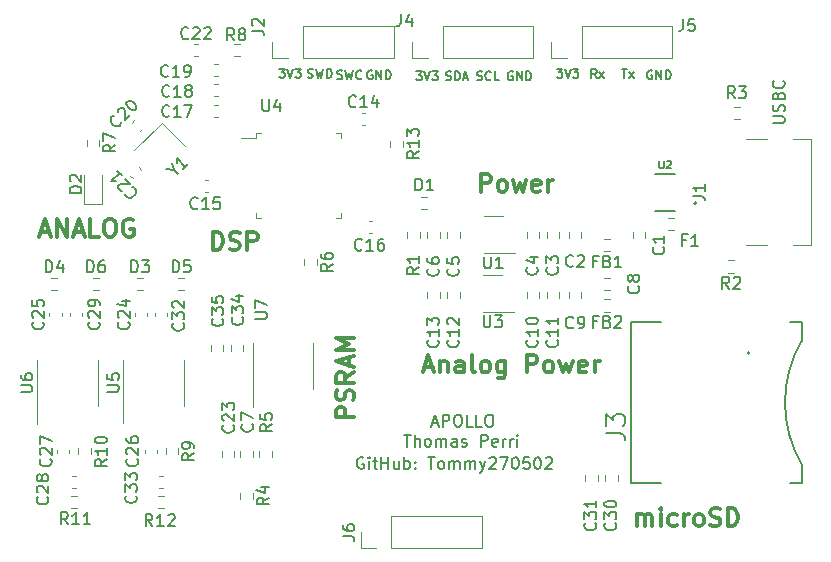
<source format=gbr>
%TF.GenerationSoftware,KiCad,Pcbnew,(6.0.4)*%
%TF.CreationDate,2023-01-30T14:26:25+01:00*%
%TF.ProjectId,Apollo - DSP,41706f6c-6c6f-4202-9d20-4453502e6b69,rev?*%
%TF.SameCoordinates,Original*%
%TF.FileFunction,Legend,Top*%
%TF.FilePolarity,Positive*%
%FSLAX46Y46*%
G04 Gerber Fmt 4.6, Leading zero omitted, Abs format (unit mm)*
G04 Created by KiCad (PCBNEW (6.0.4)) date 2023-01-30 14:26:25*
%MOMM*%
%LPD*%
G01*
G04 APERTURE LIST*
%ADD10C,0.150000*%
%ADD11C,0.187500*%
%ADD12C,0.300000*%
%ADD13C,0.120000*%
%ADD14C,0.127000*%
%ADD15C,0.200000*%
G04 APERTURE END LIST*
D10*
X85485714Y-116300000D02*
X85390476Y-116252380D01*
X85247619Y-116252380D01*
X85104761Y-116300000D01*
X85009523Y-116395238D01*
X84961904Y-116490476D01*
X84914285Y-116680952D01*
X84914285Y-116823809D01*
X84961904Y-117014285D01*
X85009523Y-117109523D01*
X85104761Y-117204761D01*
X85247619Y-117252380D01*
X85342857Y-117252380D01*
X85485714Y-117204761D01*
X85533333Y-117157142D01*
X85533333Y-116823809D01*
X85342857Y-116823809D01*
X85961904Y-117252380D02*
X85961904Y-116585714D01*
X85961904Y-116252380D02*
X85914285Y-116300000D01*
X85961904Y-116347619D01*
X86009523Y-116300000D01*
X85961904Y-116252380D01*
X85961904Y-116347619D01*
X86295238Y-116585714D02*
X86676190Y-116585714D01*
X86438095Y-116252380D02*
X86438095Y-117109523D01*
X86485714Y-117204761D01*
X86580952Y-117252380D01*
X86676190Y-117252380D01*
X87009523Y-117252380D02*
X87009523Y-116252380D01*
X87009523Y-116728571D02*
X87580952Y-116728571D01*
X87580952Y-117252380D02*
X87580952Y-116252380D01*
X88485714Y-116585714D02*
X88485714Y-117252380D01*
X88057142Y-116585714D02*
X88057142Y-117109523D01*
X88104761Y-117204761D01*
X88200000Y-117252380D01*
X88342857Y-117252380D01*
X88438095Y-117204761D01*
X88485714Y-117157142D01*
X88961904Y-117252380D02*
X88961904Y-116252380D01*
X88961904Y-116633333D02*
X89057142Y-116585714D01*
X89247619Y-116585714D01*
X89342857Y-116633333D01*
X89390476Y-116680952D01*
X89438095Y-116776190D01*
X89438095Y-117061904D01*
X89390476Y-117157142D01*
X89342857Y-117204761D01*
X89247619Y-117252380D01*
X89057142Y-117252380D01*
X88961904Y-117204761D01*
X89866666Y-117157142D02*
X89914285Y-117204761D01*
X89866666Y-117252380D01*
X89819047Y-117204761D01*
X89866666Y-117157142D01*
X89866666Y-117252380D01*
X89866666Y-116633333D02*
X89914285Y-116680952D01*
X89866666Y-116728571D01*
X89819047Y-116680952D01*
X89866666Y-116633333D01*
X89866666Y-116728571D01*
X90961904Y-116252380D02*
X91533333Y-116252380D01*
X91247619Y-117252380D02*
X91247619Y-116252380D01*
X92009523Y-117252380D02*
X91914285Y-117204761D01*
X91866666Y-117157142D01*
X91819047Y-117061904D01*
X91819047Y-116776190D01*
X91866666Y-116680952D01*
X91914285Y-116633333D01*
X92009523Y-116585714D01*
X92152380Y-116585714D01*
X92247619Y-116633333D01*
X92295238Y-116680952D01*
X92342857Y-116776190D01*
X92342857Y-117061904D01*
X92295238Y-117157142D01*
X92247619Y-117204761D01*
X92152380Y-117252380D01*
X92009523Y-117252380D01*
X92771428Y-117252380D02*
X92771428Y-116585714D01*
X92771428Y-116680952D02*
X92819047Y-116633333D01*
X92914285Y-116585714D01*
X93057142Y-116585714D01*
X93152380Y-116633333D01*
X93200000Y-116728571D01*
X93200000Y-117252380D01*
X93200000Y-116728571D02*
X93247619Y-116633333D01*
X93342857Y-116585714D01*
X93485714Y-116585714D01*
X93580952Y-116633333D01*
X93628571Y-116728571D01*
X93628571Y-117252380D01*
X94104761Y-117252380D02*
X94104761Y-116585714D01*
X94104761Y-116680952D02*
X94152380Y-116633333D01*
X94247619Y-116585714D01*
X94390476Y-116585714D01*
X94485714Y-116633333D01*
X94533333Y-116728571D01*
X94533333Y-117252380D01*
X94533333Y-116728571D02*
X94580952Y-116633333D01*
X94676190Y-116585714D01*
X94819047Y-116585714D01*
X94914285Y-116633333D01*
X94961904Y-116728571D01*
X94961904Y-117252380D01*
X95342857Y-116585714D02*
X95580952Y-117252380D01*
X95819047Y-116585714D02*
X95580952Y-117252380D01*
X95485714Y-117490476D01*
X95438095Y-117538095D01*
X95342857Y-117585714D01*
X96152380Y-116347619D02*
X96200000Y-116300000D01*
X96295238Y-116252380D01*
X96533333Y-116252380D01*
X96628571Y-116300000D01*
X96676190Y-116347619D01*
X96723809Y-116442857D01*
X96723809Y-116538095D01*
X96676190Y-116680952D01*
X96104761Y-117252380D01*
X96723809Y-117252380D01*
X97057142Y-116252380D02*
X97723809Y-116252380D01*
X97295238Y-117252380D01*
X98295238Y-116252380D02*
X98390476Y-116252380D01*
X98485714Y-116300000D01*
X98533333Y-116347619D01*
X98580952Y-116442857D01*
X98628571Y-116633333D01*
X98628571Y-116871428D01*
X98580952Y-117061904D01*
X98533333Y-117157142D01*
X98485714Y-117204761D01*
X98390476Y-117252380D01*
X98295238Y-117252380D01*
X98200000Y-117204761D01*
X98152380Y-117157142D01*
X98104761Y-117061904D01*
X98057142Y-116871428D01*
X98057142Y-116633333D01*
X98104761Y-116442857D01*
X98152380Y-116347619D01*
X98200000Y-116300000D01*
X98295238Y-116252380D01*
X99533333Y-116252380D02*
X99057142Y-116252380D01*
X99009523Y-116728571D01*
X99057142Y-116680952D01*
X99152380Y-116633333D01*
X99390476Y-116633333D01*
X99485714Y-116680952D01*
X99533333Y-116728571D01*
X99580952Y-116823809D01*
X99580952Y-117061904D01*
X99533333Y-117157142D01*
X99485714Y-117204761D01*
X99390476Y-117252380D01*
X99152380Y-117252380D01*
X99057142Y-117204761D01*
X99009523Y-117157142D01*
X100200000Y-116252380D02*
X100295238Y-116252380D01*
X100390476Y-116300000D01*
X100438095Y-116347619D01*
X100485714Y-116442857D01*
X100533333Y-116633333D01*
X100533333Y-116871428D01*
X100485714Y-117061904D01*
X100438095Y-117157142D01*
X100390476Y-117204761D01*
X100295238Y-117252380D01*
X100200000Y-117252380D01*
X100104761Y-117204761D01*
X100057142Y-117157142D01*
X100009523Y-117061904D01*
X99961904Y-116871428D01*
X99961904Y-116633333D01*
X100009523Y-116442857D01*
X100057142Y-116347619D01*
X100104761Y-116300000D01*
X100200000Y-116252380D01*
X100914285Y-116347619D02*
X100961904Y-116300000D01*
X101057142Y-116252380D01*
X101295238Y-116252380D01*
X101390476Y-116300000D01*
X101438095Y-116347619D01*
X101485714Y-116442857D01*
X101485714Y-116538095D01*
X101438095Y-116680952D01*
X100866666Y-117252380D01*
X101485714Y-117252380D01*
D11*
X89971428Y-83589285D02*
X90435714Y-83589285D01*
X90185714Y-83875000D01*
X90292857Y-83875000D01*
X90364285Y-83910714D01*
X90400000Y-83946428D01*
X90435714Y-84017857D01*
X90435714Y-84196428D01*
X90400000Y-84267857D01*
X90364285Y-84303571D01*
X90292857Y-84339285D01*
X90078571Y-84339285D01*
X90007142Y-84303571D01*
X89971428Y-84267857D01*
X90650000Y-83589285D02*
X90900000Y-84339285D01*
X91150000Y-83589285D01*
X91328571Y-83589285D02*
X91792857Y-83589285D01*
X91542857Y-83875000D01*
X91650000Y-83875000D01*
X91721428Y-83910714D01*
X91757142Y-83946428D01*
X91792857Y-84017857D01*
X91792857Y-84196428D01*
X91757142Y-84267857D01*
X91721428Y-84303571D01*
X91650000Y-84339285D01*
X91435714Y-84339285D01*
X91364285Y-84303571D01*
X91328571Y-84267857D01*
D12*
X84678571Y-112857142D02*
X83178571Y-112857142D01*
X83178571Y-112285714D01*
X83250000Y-112142857D01*
X83321428Y-112071428D01*
X83464285Y-112000000D01*
X83678571Y-112000000D01*
X83821428Y-112071428D01*
X83892857Y-112142857D01*
X83964285Y-112285714D01*
X83964285Y-112857142D01*
X84607142Y-111428571D02*
X84678571Y-111214285D01*
X84678571Y-110857142D01*
X84607142Y-110714285D01*
X84535714Y-110642857D01*
X84392857Y-110571428D01*
X84250000Y-110571428D01*
X84107142Y-110642857D01*
X84035714Y-110714285D01*
X83964285Y-110857142D01*
X83892857Y-111142857D01*
X83821428Y-111285714D01*
X83750000Y-111357142D01*
X83607142Y-111428571D01*
X83464285Y-111428571D01*
X83321428Y-111357142D01*
X83250000Y-111285714D01*
X83178571Y-111142857D01*
X83178571Y-110785714D01*
X83250000Y-110571428D01*
X84678571Y-109071428D02*
X83964285Y-109571428D01*
X84678571Y-109928571D02*
X83178571Y-109928571D01*
X83178571Y-109357142D01*
X83250000Y-109214285D01*
X83321428Y-109142857D01*
X83464285Y-109071428D01*
X83678571Y-109071428D01*
X83821428Y-109142857D01*
X83892857Y-109214285D01*
X83964285Y-109357142D01*
X83964285Y-109928571D01*
X84250000Y-108500000D02*
X84250000Y-107785714D01*
X84678571Y-108642857D02*
X83178571Y-108142857D01*
X84678571Y-107642857D01*
X84678571Y-107142857D02*
X83178571Y-107142857D01*
X84250000Y-106642857D01*
X83178571Y-106142857D01*
X84678571Y-106142857D01*
D11*
X107382142Y-83389285D02*
X107810714Y-83389285D01*
X107596428Y-84139285D02*
X107596428Y-83389285D01*
X107989285Y-84139285D02*
X108382142Y-83639285D01*
X107989285Y-83639285D02*
X108382142Y-84139285D01*
D10*
X91304761Y-113366666D02*
X91780952Y-113366666D01*
X91209523Y-113652380D02*
X91542857Y-112652380D01*
X91876190Y-113652380D01*
X92209523Y-113652380D02*
X92209523Y-112652380D01*
X92590476Y-112652380D01*
X92685714Y-112700000D01*
X92733333Y-112747619D01*
X92780952Y-112842857D01*
X92780952Y-112985714D01*
X92733333Y-113080952D01*
X92685714Y-113128571D01*
X92590476Y-113176190D01*
X92209523Y-113176190D01*
X93400000Y-112652380D02*
X93590476Y-112652380D01*
X93685714Y-112700000D01*
X93780952Y-112795238D01*
X93828571Y-112985714D01*
X93828571Y-113319047D01*
X93780952Y-113509523D01*
X93685714Y-113604761D01*
X93590476Y-113652380D01*
X93400000Y-113652380D01*
X93304761Y-113604761D01*
X93209523Y-113509523D01*
X93161904Y-113319047D01*
X93161904Y-112985714D01*
X93209523Y-112795238D01*
X93304761Y-112700000D01*
X93400000Y-112652380D01*
X94733333Y-113652380D02*
X94257142Y-113652380D01*
X94257142Y-112652380D01*
X95542857Y-113652380D02*
X95066666Y-113652380D01*
X95066666Y-112652380D01*
X96066666Y-112652380D02*
X96257142Y-112652380D01*
X96352380Y-112700000D01*
X96447619Y-112795238D01*
X96495238Y-112985714D01*
X96495238Y-113319047D01*
X96447619Y-113509523D01*
X96352380Y-113604761D01*
X96257142Y-113652380D01*
X96066666Y-113652380D01*
X95971428Y-113604761D01*
X95876190Y-113509523D01*
X95828571Y-113319047D01*
X95828571Y-112985714D01*
X95876190Y-112795238D01*
X95971428Y-112700000D01*
X96066666Y-112652380D01*
D12*
X108650000Y-122078571D02*
X108650000Y-121078571D01*
X108650000Y-121221428D02*
X108721428Y-121150000D01*
X108864285Y-121078571D01*
X109078571Y-121078571D01*
X109221428Y-121150000D01*
X109292857Y-121292857D01*
X109292857Y-122078571D01*
X109292857Y-121292857D02*
X109364285Y-121150000D01*
X109507142Y-121078571D01*
X109721428Y-121078571D01*
X109864285Y-121150000D01*
X109935714Y-121292857D01*
X109935714Y-122078571D01*
X110650000Y-122078571D02*
X110650000Y-121078571D01*
X110650000Y-120578571D02*
X110578571Y-120650000D01*
X110650000Y-120721428D01*
X110721428Y-120650000D01*
X110650000Y-120578571D01*
X110650000Y-120721428D01*
X112007142Y-122007142D02*
X111864285Y-122078571D01*
X111578571Y-122078571D01*
X111435714Y-122007142D01*
X111364285Y-121935714D01*
X111292857Y-121792857D01*
X111292857Y-121364285D01*
X111364285Y-121221428D01*
X111435714Y-121150000D01*
X111578571Y-121078571D01*
X111864285Y-121078571D01*
X112007142Y-121150000D01*
X112650000Y-122078571D02*
X112650000Y-121078571D01*
X112650000Y-121364285D02*
X112721428Y-121221428D01*
X112792857Y-121150000D01*
X112935714Y-121078571D01*
X113078571Y-121078571D01*
X113792857Y-122078571D02*
X113650000Y-122007142D01*
X113578571Y-121935714D01*
X113507142Y-121792857D01*
X113507142Y-121364285D01*
X113578571Y-121221428D01*
X113650000Y-121150000D01*
X113792857Y-121078571D01*
X114007142Y-121078571D01*
X114150000Y-121150000D01*
X114221428Y-121221428D01*
X114292857Y-121364285D01*
X114292857Y-121792857D01*
X114221428Y-121935714D01*
X114150000Y-122007142D01*
X114007142Y-122078571D01*
X113792857Y-122078571D01*
X114864285Y-122007142D02*
X115078571Y-122078571D01*
X115435714Y-122078571D01*
X115578571Y-122007142D01*
X115650000Y-121935714D01*
X115721428Y-121792857D01*
X115721428Y-121650000D01*
X115650000Y-121507142D01*
X115578571Y-121435714D01*
X115435714Y-121364285D01*
X115150000Y-121292857D01*
X115007142Y-121221428D01*
X114935714Y-121150000D01*
X114864285Y-121007142D01*
X114864285Y-120864285D01*
X114935714Y-120721428D01*
X115007142Y-120650000D01*
X115150000Y-120578571D01*
X115507142Y-120578571D01*
X115721428Y-120650000D01*
X116364285Y-122078571D02*
X116364285Y-120578571D01*
X116721428Y-120578571D01*
X116935714Y-120650000D01*
X117078571Y-120792857D01*
X117150000Y-120935714D01*
X117221428Y-121221428D01*
X117221428Y-121435714D01*
X117150000Y-121721428D01*
X117078571Y-121864285D01*
X116935714Y-122007142D01*
X116721428Y-122078571D01*
X116364285Y-122078571D01*
D11*
X98128571Y-83625000D02*
X98057142Y-83589285D01*
X97950000Y-83589285D01*
X97842857Y-83625000D01*
X97771428Y-83696428D01*
X97735714Y-83767857D01*
X97700000Y-83910714D01*
X97700000Y-84017857D01*
X97735714Y-84160714D01*
X97771428Y-84232142D01*
X97842857Y-84303571D01*
X97950000Y-84339285D01*
X98021428Y-84339285D01*
X98128571Y-84303571D01*
X98164285Y-84267857D01*
X98164285Y-84017857D01*
X98021428Y-84017857D01*
X98485714Y-84339285D02*
X98485714Y-83589285D01*
X98914285Y-84339285D01*
X98914285Y-83589285D01*
X99271428Y-84339285D02*
X99271428Y-83589285D01*
X99450000Y-83589285D01*
X99557142Y-83625000D01*
X99628571Y-83696428D01*
X99664285Y-83767857D01*
X99700000Y-83910714D01*
X99700000Y-84017857D01*
X99664285Y-84160714D01*
X99628571Y-84232142D01*
X99557142Y-84303571D01*
X99450000Y-84339285D01*
X99271428Y-84339285D01*
X120152380Y-87961904D02*
X120961904Y-87961904D01*
X121057142Y-87914285D01*
X121104761Y-87866666D01*
X121152380Y-87771428D01*
X121152380Y-87580952D01*
X121104761Y-87485714D01*
X121057142Y-87438095D01*
X120961904Y-87390476D01*
X120152380Y-87390476D01*
X121104761Y-86961904D02*
X121152380Y-86819047D01*
X121152380Y-86580952D01*
X121104761Y-86485714D01*
X121057142Y-86438095D01*
X120961904Y-86390476D01*
X120866666Y-86390476D01*
X120771428Y-86438095D01*
X120723809Y-86485714D01*
X120676190Y-86580952D01*
X120628571Y-86771428D01*
X120580952Y-86866666D01*
X120533333Y-86914285D01*
X120438095Y-86961904D01*
X120342857Y-86961904D01*
X120247619Y-86914285D01*
X120200000Y-86866666D01*
X120152380Y-86771428D01*
X120152380Y-86533333D01*
X120200000Y-86390476D01*
X120628571Y-85628571D02*
X120676190Y-85485714D01*
X120723809Y-85438095D01*
X120819047Y-85390476D01*
X120961904Y-85390476D01*
X121057142Y-85438095D01*
X121104761Y-85485714D01*
X121152380Y-85580952D01*
X121152380Y-85961904D01*
X120152380Y-85961904D01*
X120152380Y-85628571D01*
X120200000Y-85533333D01*
X120247619Y-85485714D01*
X120342857Y-85438095D01*
X120438095Y-85438095D01*
X120533333Y-85485714D01*
X120580952Y-85533333D01*
X120628571Y-85628571D01*
X120628571Y-85961904D01*
X121057142Y-84390476D02*
X121104761Y-84438095D01*
X121152380Y-84580952D01*
X121152380Y-84676190D01*
X121104761Y-84819047D01*
X121009523Y-84914285D01*
X120914285Y-84961904D01*
X120723809Y-85009523D01*
X120580952Y-85009523D01*
X120390476Y-84961904D01*
X120295238Y-84914285D01*
X120200000Y-84819047D01*
X120152380Y-84676190D01*
X120152380Y-84580952D01*
X120200000Y-84438095D01*
X120247619Y-84390476D01*
X83282142Y-84203571D02*
X83389285Y-84239285D01*
X83567857Y-84239285D01*
X83639285Y-84203571D01*
X83675000Y-84167857D01*
X83710714Y-84096428D01*
X83710714Y-84025000D01*
X83675000Y-83953571D01*
X83639285Y-83917857D01*
X83567857Y-83882142D01*
X83425000Y-83846428D01*
X83353571Y-83810714D01*
X83317857Y-83775000D01*
X83282142Y-83703571D01*
X83282142Y-83632142D01*
X83317857Y-83560714D01*
X83353571Y-83525000D01*
X83425000Y-83489285D01*
X83603571Y-83489285D01*
X83710714Y-83525000D01*
X83960714Y-83489285D02*
X84139285Y-84239285D01*
X84282142Y-83703571D01*
X84425000Y-84239285D01*
X84603571Y-83489285D01*
X85317857Y-84167857D02*
X85282142Y-84203571D01*
X85175000Y-84239285D01*
X85103571Y-84239285D01*
X84996428Y-84203571D01*
X84925000Y-84132142D01*
X84889285Y-84060714D01*
X84853571Y-83917857D01*
X84853571Y-83810714D01*
X84889285Y-83667857D01*
X84925000Y-83596428D01*
X84996428Y-83525000D01*
X85103571Y-83489285D01*
X85175000Y-83489285D01*
X85282142Y-83525000D01*
X85317857Y-83560714D01*
D12*
X95435714Y-93778571D02*
X95435714Y-92278571D01*
X96007142Y-92278571D01*
X96150000Y-92350000D01*
X96221428Y-92421428D01*
X96292857Y-92564285D01*
X96292857Y-92778571D01*
X96221428Y-92921428D01*
X96150000Y-92992857D01*
X96007142Y-93064285D01*
X95435714Y-93064285D01*
X97150000Y-93778571D02*
X97007142Y-93707142D01*
X96935714Y-93635714D01*
X96864285Y-93492857D01*
X96864285Y-93064285D01*
X96935714Y-92921428D01*
X97007142Y-92850000D01*
X97150000Y-92778571D01*
X97364285Y-92778571D01*
X97507142Y-92850000D01*
X97578571Y-92921428D01*
X97650000Y-93064285D01*
X97650000Y-93492857D01*
X97578571Y-93635714D01*
X97507142Y-93707142D01*
X97364285Y-93778571D01*
X97150000Y-93778571D01*
X98150000Y-92778571D02*
X98435714Y-93778571D01*
X98721428Y-93064285D01*
X99007142Y-93778571D01*
X99292857Y-92778571D01*
X100435714Y-93707142D02*
X100292857Y-93778571D01*
X100007142Y-93778571D01*
X99864285Y-93707142D01*
X99792857Y-93564285D01*
X99792857Y-92992857D01*
X99864285Y-92850000D01*
X100007142Y-92778571D01*
X100292857Y-92778571D01*
X100435714Y-92850000D01*
X100507142Y-92992857D01*
X100507142Y-93135714D01*
X99792857Y-93278571D01*
X101150000Y-93778571D02*
X101150000Y-92778571D01*
X101150000Y-93064285D02*
X101221428Y-92921428D01*
X101292857Y-92850000D01*
X101435714Y-92778571D01*
X101578571Y-92778571D01*
D11*
X109928571Y-83525000D02*
X109857142Y-83489285D01*
X109750000Y-83489285D01*
X109642857Y-83525000D01*
X109571428Y-83596428D01*
X109535714Y-83667857D01*
X109500000Y-83810714D01*
X109500000Y-83917857D01*
X109535714Y-84060714D01*
X109571428Y-84132142D01*
X109642857Y-84203571D01*
X109750000Y-84239285D01*
X109821428Y-84239285D01*
X109928571Y-84203571D01*
X109964285Y-84167857D01*
X109964285Y-83917857D01*
X109821428Y-83917857D01*
X110285714Y-84239285D02*
X110285714Y-83489285D01*
X110714285Y-84239285D01*
X110714285Y-83489285D01*
X111071428Y-84239285D02*
X111071428Y-83489285D01*
X111250000Y-83489285D01*
X111357142Y-83525000D01*
X111428571Y-83596428D01*
X111464285Y-83667857D01*
X111500000Y-83810714D01*
X111500000Y-83917857D01*
X111464285Y-84060714D01*
X111428571Y-84132142D01*
X111357142Y-84203571D01*
X111250000Y-84239285D01*
X111071428Y-84239285D01*
X78371428Y-83389285D02*
X78835714Y-83389285D01*
X78585714Y-83675000D01*
X78692857Y-83675000D01*
X78764285Y-83710714D01*
X78800000Y-83746428D01*
X78835714Y-83817857D01*
X78835714Y-83996428D01*
X78800000Y-84067857D01*
X78764285Y-84103571D01*
X78692857Y-84139285D01*
X78478571Y-84139285D01*
X78407142Y-84103571D01*
X78371428Y-84067857D01*
X79050000Y-83389285D02*
X79300000Y-84139285D01*
X79550000Y-83389285D01*
X79728571Y-83389285D02*
X80192857Y-83389285D01*
X79942857Y-83675000D01*
X80050000Y-83675000D01*
X80121428Y-83710714D01*
X80157142Y-83746428D01*
X80192857Y-83817857D01*
X80192857Y-83996428D01*
X80157142Y-84067857D01*
X80121428Y-84103571D01*
X80050000Y-84139285D01*
X79835714Y-84139285D01*
X79764285Y-84103571D01*
X79728571Y-84067857D01*
D10*
X88919047Y-114352380D02*
X89490476Y-114352380D01*
X89204761Y-115352380D02*
X89204761Y-114352380D01*
X89823809Y-115352380D02*
X89823809Y-114352380D01*
X90252380Y-115352380D02*
X90252380Y-114828571D01*
X90204761Y-114733333D01*
X90109523Y-114685714D01*
X89966666Y-114685714D01*
X89871428Y-114733333D01*
X89823809Y-114780952D01*
X90871428Y-115352380D02*
X90776190Y-115304761D01*
X90728571Y-115257142D01*
X90680952Y-115161904D01*
X90680952Y-114876190D01*
X90728571Y-114780952D01*
X90776190Y-114733333D01*
X90871428Y-114685714D01*
X91014285Y-114685714D01*
X91109523Y-114733333D01*
X91157142Y-114780952D01*
X91204761Y-114876190D01*
X91204761Y-115161904D01*
X91157142Y-115257142D01*
X91109523Y-115304761D01*
X91014285Y-115352380D01*
X90871428Y-115352380D01*
X91633333Y-115352380D02*
X91633333Y-114685714D01*
X91633333Y-114780952D02*
X91680952Y-114733333D01*
X91776190Y-114685714D01*
X91919047Y-114685714D01*
X92014285Y-114733333D01*
X92061904Y-114828571D01*
X92061904Y-115352380D01*
X92061904Y-114828571D02*
X92109523Y-114733333D01*
X92204761Y-114685714D01*
X92347619Y-114685714D01*
X92442857Y-114733333D01*
X92490476Y-114828571D01*
X92490476Y-115352380D01*
X93395238Y-115352380D02*
X93395238Y-114828571D01*
X93347619Y-114733333D01*
X93252380Y-114685714D01*
X93061904Y-114685714D01*
X92966666Y-114733333D01*
X93395238Y-115304761D02*
X93300000Y-115352380D01*
X93061904Y-115352380D01*
X92966666Y-115304761D01*
X92919047Y-115209523D01*
X92919047Y-115114285D01*
X92966666Y-115019047D01*
X93061904Y-114971428D01*
X93300000Y-114971428D01*
X93395238Y-114923809D01*
X93823809Y-115304761D02*
X93919047Y-115352380D01*
X94109523Y-115352380D01*
X94204761Y-115304761D01*
X94252380Y-115209523D01*
X94252380Y-115161904D01*
X94204761Y-115066666D01*
X94109523Y-115019047D01*
X93966666Y-115019047D01*
X93871428Y-114971428D01*
X93823809Y-114876190D01*
X93823809Y-114828571D01*
X93871428Y-114733333D01*
X93966666Y-114685714D01*
X94109523Y-114685714D01*
X94204761Y-114733333D01*
X95442857Y-115352380D02*
X95442857Y-114352380D01*
X95823809Y-114352380D01*
X95919047Y-114400000D01*
X95966666Y-114447619D01*
X96014285Y-114542857D01*
X96014285Y-114685714D01*
X95966666Y-114780952D01*
X95919047Y-114828571D01*
X95823809Y-114876190D01*
X95442857Y-114876190D01*
X96823809Y-115304761D02*
X96728571Y-115352380D01*
X96538095Y-115352380D01*
X96442857Y-115304761D01*
X96395238Y-115209523D01*
X96395238Y-114828571D01*
X96442857Y-114733333D01*
X96538095Y-114685714D01*
X96728571Y-114685714D01*
X96823809Y-114733333D01*
X96871428Y-114828571D01*
X96871428Y-114923809D01*
X96395238Y-115019047D01*
X97300000Y-115352380D02*
X97300000Y-114685714D01*
X97300000Y-114876190D02*
X97347619Y-114780952D01*
X97395238Y-114733333D01*
X97490476Y-114685714D01*
X97585714Y-114685714D01*
X97919047Y-115352380D02*
X97919047Y-114685714D01*
X97919047Y-114876190D02*
X97966666Y-114780952D01*
X98014285Y-114733333D01*
X98109523Y-114685714D01*
X98204761Y-114685714D01*
X98538095Y-115352380D02*
X98538095Y-114685714D01*
X98538095Y-114352380D02*
X98490476Y-114400000D01*
X98538095Y-114447619D01*
X98585714Y-114400000D01*
X98538095Y-114352380D01*
X98538095Y-114447619D01*
D12*
X90642857Y-108650000D02*
X91357142Y-108650000D01*
X90500000Y-109078571D02*
X91000000Y-107578571D01*
X91500000Y-109078571D01*
X92000000Y-108078571D02*
X92000000Y-109078571D01*
X92000000Y-108221428D02*
X92071428Y-108150000D01*
X92214285Y-108078571D01*
X92428571Y-108078571D01*
X92571428Y-108150000D01*
X92642857Y-108292857D01*
X92642857Y-109078571D01*
X94000000Y-109078571D02*
X94000000Y-108292857D01*
X93928571Y-108150000D01*
X93785714Y-108078571D01*
X93500000Y-108078571D01*
X93357142Y-108150000D01*
X94000000Y-109007142D02*
X93857142Y-109078571D01*
X93500000Y-109078571D01*
X93357142Y-109007142D01*
X93285714Y-108864285D01*
X93285714Y-108721428D01*
X93357142Y-108578571D01*
X93500000Y-108507142D01*
X93857142Y-108507142D01*
X94000000Y-108435714D01*
X94928571Y-109078571D02*
X94785714Y-109007142D01*
X94714285Y-108864285D01*
X94714285Y-107578571D01*
X95714285Y-109078571D02*
X95571428Y-109007142D01*
X95500000Y-108935714D01*
X95428571Y-108792857D01*
X95428571Y-108364285D01*
X95500000Y-108221428D01*
X95571428Y-108150000D01*
X95714285Y-108078571D01*
X95928571Y-108078571D01*
X96071428Y-108150000D01*
X96142857Y-108221428D01*
X96214285Y-108364285D01*
X96214285Y-108792857D01*
X96142857Y-108935714D01*
X96071428Y-109007142D01*
X95928571Y-109078571D01*
X95714285Y-109078571D01*
X97500000Y-108078571D02*
X97500000Y-109292857D01*
X97428571Y-109435714D01*
X97357142Y-109507142D01*
X97214285Y-109578571D01*
X97000000Y-109578571D01*
X96857142Y-109507142D01*
X97500000Y-109007142D02*
X97357142Y-109078571D01*
X97071428Y-109078571D01*
X96928571Y-109007142D01*
X96857142Y-108935714D01*
X96785714Y-108792857D01*
X96785714Y-108364285D01*
X96857142Y-108221428D01*
X96928571Y-108150000D01*
X97071428Y-108078571D01*
X97357142Y-108078571D01*
X97500000Y-108150000D01*
X99357142Y-109078571D02*
X99357142Y-107578571D01*
X99928571Y-107578571D01*
X100071428Y-107650000D01*
X100142857Y-107721428D01*
X100214285Y-107864285D01*
X100214285Y-108078571D01*
X100142857Y-108221428D01*
X100071428Y-108292857D01*
X99928571Y-108364285D01*
X99357142Y-108364285D01*
X101071428Y-109078571D02*
X100928571Y-109007142D01*
X100857142Y-108935714D01*
X100785714Y-108792857D01*
X100785714Y-108364285D01*
X100857142Y-108221428D01*
X100928571Y-108150000D01*
X101071428Y-108078571D01*
X101285714Y-108078571D01*
X101428571Y-108150000D01*
X101500000Y-108221428D01*
X101571428Y-108364285D01*
X101571428Y-108792857D01*
X101500000Y-108935714D01*
X101428571Y-109007142D01*
X101285714Y-109078571D01*
X101071428Y-109078571D01*
X102071428Y-108078571D02*
X102357142Y-109078571D01*
X102642857Y-108364285D01*
X102928571Y-109078571D01*
X103214285Y-108078571D01*
X104357142Y-109007142D02*
X104214285Y-109078571D01*
X103928571Y-109078571D01*
X103785714Y-109007142D01*
X103714285Y-108864285D01*
X103714285Y-108292857D01*
X103785714Y-108150000D01*
X103928571Y-108078571D01*
X104214285Y-108078571D01*
X104357142Y-108150000D01*
X104428571Y-108292857D01*
X104428571Y-108435714D01*
X103714285Y-108578571D01*
X105071428Y-109078571D02*
X105071428Y-108078571D01*
X105071428Y-108364285D02*
X105142857Y-108221428D01*
X105214285Y-108150000D01*
X105357142Y-108078571D01*
X105499999Y-108078571D01*
D11*
X101871428Y-83389285D02*
X102335714Y-83389285D01*
X102085714Y-83675000D01*
X102192857Y-83675000D01*
X102264285Y-83710714D01*
X102300000Y-83746428D01*
X102335714Y-83817857D01*
X102335714Y-83996428D01*
X102300000Y-84067857D01*
X102264285Y-84103571D01*
X102192857Y-84139285D01*
X101978571Y-84139285D01*
X101907142Y-84103571D01*
X101871428Y-84067857D01*
X102550000Y-83389285D02*
X102800000Y-84139285D01*
X103050000Y-83389285D01*
X103228571Y-83389285D02*
X103692857Y-83389285D01*
X103442857Y-83675000D01*
X103550000Y-83675000D01*
X103621428Y-83710714D01*
X103657142Y-83746428D01*
X103692857Y-83817857D01*
X103692857Y-83996428D01*
X103657142Y-84067857D01*
X103621428Y-84103571D01*
X103550000Y-84139285D01*
X103335714Y-84139285D01*
X103264285Y-84103571D01*
X103228571Y-84067857D01*
X95107142Y-84303571D02*
X95214285Y-84339285D01*
X95392857Y-84339285D01*
X95464285Y-84303571D01*
X95500000Y-84267857D01*
X95535714Y-84196428D01*
X95535714Y-84125000D01*
X95500000Y-84053571D01*
X95464285Y-84017857D01*
X95392857Y-83982142D01*
X95250000Y-83946428D01*
X95178571Y-83910714D01*
X95142857Y-83875000D01*
X95107142Y-83803571D01*
X95107142Y-83732142D01*
X95142857Y-83660714D01*
X95178571Y-83625000D01*
X95250000Y-83589285D01*
X95428571Y-83589285D01*
X95535714Y-83625000D01*
X96285714Y-84267857D02*
X96250000Y-84303571D01*
X96142857Y-84339285D01*
X96071428Y-84339285D01*
X95964285Y-84303571D01*
X95892857Y-84232142D01*
X95857142Y-84160714D01*
X95821428Y-84017857D01*
X95821428Y-83910714D01*
X95857142Y-83767857D01*
X95892857Y-83696428D01*
X95964285Y-83625000D01*
X96071428Y-83589285D01*
X96142857Y-83589285D01*
X96250000Y-83625000D01*
X96285714Y-83660714D01*
X96964285Y-84339285D02*
X96607142Y-84339285D01*
X96607142Y-83589285D01*
X80782142Y-84103571D02*
X80889285Y-84139285D01*
X81067857Y-84139285D01*
X81139285Y-84103571D01*
X81175000Y-84067857D01*
X81210714Y-83996428D01*
X81210714Y-83925000D01*
X81175000Y-83853571D01*
X81139285Y-83817857D01*
X81067857Y-83782142D01*
X80925000Y-83746428D01*
X80853571Y-83710714D01*
X80817857Y-83675000D01*
X80782142Y-83603571D01*
X80782142Y-83532142D01*
X80817857Y-83460714D01*
X80853571Y-83425000D01*
X80925000Y-83389285D01*
X81103571Y-83389285D01*
X81210714Y-83425000D01*
X81460714Y-83389285D02*
X81639285Y-84139285D01*
X81782142Y-83603571D01*
X81925000Y-84139285D01*
X82103571Y-83389285D01*
X82389285Y-84139285D02*
X82389285Y-83389285D01*
X82567857Y-83389285D01*
X82675000Y-83425000D01*
X82746428Y-83496428D01*
X82782142Y-83567857D01*
X82817857Y-83710714D01*
X82817857Y-83817857D01*
X82782142Y-83960714D01*
X82746428Y-84032142D01*
X82675000Y-84103571D01*
X82567857Y-84139285D01*
X82389285Y-84139285D01*
X86228571Y-83525000D02*
X86157142Y-83489285D01*
X86050000Y-83489285D01*
X85942857Y-83525000D01*
X85871428Y-83596428D01*
X85835714Y-83667857D01*
X85800000Y-83810714D01*
X85800000Y-83917857D01*
X85835714Y-84060714D01*
X85871428Y-84132142D01*
X85942857Y-84203571D01*
X86050000Y-84239285D01*
X86121428Y-84239285D01*
X86228571Y-84203571D01*
X86264285Y-84167857D01*
X86264285Y-83917857D01*
X86121428Y-83917857D01*
X86585714Y-84239285D02*
X86585714Y-83489285D01*
X87014285Y-84239285D01*
X87014285Y-83489285D01*
X87371428Y-84239285D02*
X87371428Y-83489285D01*
X87550000Y-83489285D01*
X87657142Y-83525000D01*
X87728571Y-83596428D01*
X87764285Y-83667857D01*
X87800000Y-83810714D01*
X87800000Y-83917857D01*
X87764285Y-84060714D01*
X87728571Y-84132142D01*
X87657142Y-84203571D01*
X87550000Y-84239285D01*
X87371428Y-84239285D01*
D12*
X72742857Y-98678571D02*
X72742857Y-97178571D01*
X73100000Y-97178571D01*
X73314285Y-97250000D01*
X73457142Y-97392857D01*
X73528571Y-97535714D01*
X73600000Y-97821428D01*
X73600000Y-98035714D01*
X73528571Y-98321428D01*
X73457142Y-98464285D01*
X73314285Y-98607142D01*
X73100000Y-98678571D01*
X72742857Y-98678571D01*
X74171428Y-98607142D02*
X74385714Y-98678571D01*
X74742857Y-98678571D01*
X74885714Y-98607142D01*
X74957142Y-98535714D01*
X75028571Y-98392857D01*
X75028571Y-98250000D01*
X74957142Y-98107142D01*
X74885714Y-98035714D01*
X74742857Y-97964285D01*
X74457142Y-97892857D01*
X74314285Y-97821428D01*
X74242857Y-97750000D01*
X74171428Y-97607142D01*
X74171428Y-97464285D01*
X74242857Y-97321428D01*
X74314285Y-97250000D01*
X74457142Y-97178571D01*
X74814285Y-97178571D01*
X75028571Y-97250000D01*
X75671428Y-98678571D02*
X75671428Y-97178571D01*
X76242857Y-97178571D01*
X76385714Y-97250000D01*
X76457142Y-97321428D01*
X76528571Y-97464285D01*
X76528571Y-97678571D01*
X76457142Y-97821428D01*
X76385714Y-97892857D01*
X76242857Y-97964285D01*
X75671428Y-97964285D01*
X58171428Y-97150000D02*
X58885714Y-97150000D01*
X58028571Y-97578571D02*
X58528571Y-96078571D01*
X59028571Y-97578571D01*
X59528571Y-97578571D02*
X59528571Y-96078571D01*
X60385714Y-97578571D01*
X60385714Y-96078571D01*
X61028571Y-97150000D02*
X61742857Y-97150000D01*
X60885714Y-97578571D02*
X61385714Y-96078571D01*
X61885714Y-97578571D01*
X63100000Y-97578571D02*
X62385714Y-97578571D01*
X62385714Y-96078571D01*
X63885714Y-96078571D02*
X64171428Y-96078571D01*
X64314285Y-96150000D01*
X64457142Y-96292857D01*
X64528571Y-96578571D01*
X64528571Y-97078571D01*
X64457142Y-97364285D01*
X64314285Y-97507142D01*
X64171428Y-97578571D01*
X63885714Y-97578571D01*
X63742857Y-97507142D01*
X63600000Y-97364285D01*
X63528571Y-97078571D01*
X63528571Y-96578571D01*
X63600000Y-96292857D01*
X63742857Y-96150000D01*
X63885714Y-96078571D01*
X65957142Y-96150000D02*
X65814285Y-96078571D01*
X65600000Y-96078571D01*
X65385714Y-96150000D01*
X65242857Y-96292857D01*
X65171428Y-96435714D01*
X65100000Y-96721428D01*
X65100000Y-96935714D01*
X65171428Y-97221428D01*
X65242857Y-97364285D01*
X65385714Y-97507142D01*
X65600000Y-97578571D01*
X65742857Y-97578571D01*
X65957142Y-97507142D01*
X66028571Y-97435714D01*
X66028571Y-96935714D01*
X65742857Y-96935714D01*
D11*
X105228571Y-84139285D02*
X104978571Y-83782142D01*
X104800000Y-84139285D02*
X104800000Y-83389285D01*
X105085714Y-83389285D01*
X105157142Y-83425000D01*
X105192857Y-83460714D01*
X105228571Y-83532142D01*
X105228571Y-83639285D01*
X105192857Y-83710714D01*
X105157142Y-83746428D01*
X105085714Y-83782142D01*
X104800000Y-83782142D01*
X105478571Y-84139285D02*
X105871428Y-83639285D01*
X105478571Y-83639285D02*
X105871428Y-84139285D01*
X92489285Y-84303571D02*
X92596428Y-84339285D01*
X92775000Y-84339285D01*
X92846428Y-84303571D01*
X92882142Y-84267857D01*
X92917857Y-84196428D01*
X92917857Y-84125000D01*
X92882142Y-84053571D01*
X92846428Y-84017857D01*
X92775000Y-83982142D01*
X92632142Y-83946428D01*
X92560714Y-83910714D01*
X92525000Y-83875000D01*
X92489285Y-83803571D01*
X92489285Y-83732142D01*
X92525000Y-83660714D01*
X92560714Y-83625000D01*
X92632142Y-83589285D01*
X92810714Y-83589285D01*
X92917857Y-83625000D01*
X93239285Y-84339285D02*
X93239285Y-83589285D01*
X93417857Y-83589285D01*
X93525000Y-83625000D01*
X93596428Y-83696428D01*
X93632142Y-83767857D01*
X93667857Y-83910714D01*
X93667857Y-84017857D01*
X93632142Y-84160714D01*
X93596428Y-84232142D01*
X93525000Y-84303571D01*
X93417857Y-84339285D01*
X93239285Y-84339285D01*
X93953571Y-84125000D02*
X94310714Y-84125000D01*
X93882142Y-84339285D02*
X94132142Y-83589285D01*
X94382142Y-84339285D01*
D10*
%TO.C,C2*%
X103258333Y-100057142D02*
X103210714Y-100104761D01*
X103067857Y-100152380D01*
X102972619Y-100152380D01*
X102829761Y-100104761D01*
X102734523Y-100009523D01*
X102686904Y-99914285D01*
X102639285Y-99723809D01*
X102639285Y-99580952D01*
X102686904Y-99390476D01*
X102734523Y-99295238D01*
X102829761Y-99200000D01*
X102972619Y-99152380D01*
X103067857Y-99152380D01*
X103210714Y-99200000D01*
X103258333Y-99247619D01*
X103639285Y-99247619D02*
X103686904Y-99200000D01*
X103782142Y-99152380D01*
X104020238Y-99152380D01*
X104115476Y-99200000D01*
X104163095Y-99247619D01*
X104210714Y-99342857D01*
X104210714Y-99438095D01*
X104163095Y-99580952D01*
X103591666Y-100152380D01*
X104210714Y-100152380D01*
%TO.C,D1*%
X89886904Y-93664880D02*
X89886904Y-92664880D01*
X90125000Y-92664880D01*
X90267857Y-92712500D01*
X90363095Y-92807738D01*
X90410714Y-92902976D01*
X90458333Y-93093452D01*
X90458333Y-93236309D01*
X90410714Y-93426785D01*
X90363095Y-93522023D01*
X90267857Y-93617261D01*
X90125000Y-93664880D01*
X89886904Y-93664880D01*
X91410714Y-93664880D02*
X90839285Y-93664880D01*
X91125000Y-93664880D02*
X91125000Y-92664880D01*
X91029761Y-92807738D01*
X90934523Y-92902976D01*
X90839285Y-92950595D01*
%TO.C,C9*%
X103258333Y-105257142D02*
X103210714Y-105304761D01*
X103067857Y-105352380D01*
X102972619Y-105352380D01*
X102829761Y-105304761D01*
X102734523Y-105209523D01*
X102686904Y-105114285D01*
X102639285Y-104923809D01*
X102639285Y-104780952D01*
X102686904Y-104590476D01*
X102734523Y-104495238D01*
X102829761Y-104400000D01*
X102972619Y-104352380D01*
X103067857Y-104352380D01*
X103210714Y-104400000D01*
X103258333Y-104447619D01*
X103734523Y-105352380D02*
X103925000Y-105352380D01*
X104020238Y-105304761D01*
X104067857Y-105257142D01*
X104163095Y-105114285D01*
X104210714Y-104923809D01*
X104210714Y-104542857D01*
X104163095Y-104447619D01*
X104115476Y-104400000D01*
X104020238Y-104352380D01*
X103829761Y-104352380D01*
X103734523Y-104400000D01*
X103686904Y-104447619D01*
X103639285Y-104542857D01*
X103639285Y-104780952D01*
X103686904Y-104876190D01*
X103734523Y-104923809D01*
X103829761Y-104971428D01*
X104020238Y-104971428D01*
X104115476Y-104923809D01*
X104163095Y-104876190D01*
X104210714Y-104780952D01*
%TO.C,C1*%
X110882142Y-98466666D02*
X110929761Y-98514285D01*
X110977380Y-98657142D01*
X110977380Y-98752380D01*
X110929761Y-98895238D01*
X110834523Y-98990476D01*
X110739285Y-99038095D01*
X110548809Y-99085714D01*
X110405952Y-99085714D01*
X110215476Y-99038095D01*
X110120238Y-98990476D01*
X110025000Y-98895238D01*
X109977380Y-98752380D01*
X109977380Y-98657142D01*
X110025000Y-98514285D01*
X110072619Y-98466666D01*
X110977380Y-97514285D02*
X110977380Y-98085714D01*
X110977380Y-97800000D02*
X109977380Y-97800000D01*
X110120238Y-97895238D01*
X110215476Y-97990476D01*
X110263095Y-98085714D01*
%TO.C,C26*%
X66327142Y-116397857D02*
X66374761Y-116445476D01*
X66422380Y-116588333D01*
X66422380Y-116683571D01*
X66374761Y-116826428D01*
X66279523Y-116921666D01*
X66184285Y-116969285D01*
X65993809Y-117016904D01*
X65850952Y-117016904D01*
X65660476Y-116969285D01*
X65565238Y-116921666D01*
X65470000Y-116826428D01*
X65422380Y-116683571D01*
X65422380Y-116588333D01*
X65470000Y-116445476D01*
X65517619Y-116397857D01*
X65517619Y-116016904D02*
X65470000Y-115969285D01*
X65422380Y-115874047D01*
X65422380Y-115635952D01*
X65470000Y-115540714D01*
X65517619Y-115493095D01*
X65612857Y-115445476D01*
X65708095Y-115445476D01*
X65850952Y-115493095D01*
X66422380Y-116064523D01*
X66422380Y-115445476D01*
X65422380Y-114588333D02*
X65422380Y-114778809D01*
X65470000Y-114874047D01*
X65517619Y-114921666D01*
X65660476Y-115016904D01*
X65850952Y-115064523D01*
X66231904Y-115064523D01*
X66327142Y-115016904D01*
X66374761Y-114969285D01*
X66422380Y-114874047D01*
X66422380Y-114683571D01*
X66374761Y-114588333D01*
X66327142Y-114540714D01*
X66231904Y-114493095D01*
X65993809Y-114493095D01*
X65898571Y-114540714D01*
X65850952Y-114588333D01*
X65803333Y-114683571D01*
X65803333Y-114874047D01*
X65850952Y-114969285D01*
X65898571Y-115016904D01*
X65993809Y-115064523D01*
%TO.C,C21*%
X65919687Y-93399500D02*
X65987031Y-93399500D01*
X66121718Y-93466844D01*
X66189061Y-93534187D01*
X66256405Y-93668874D01*
X66256405Y-93803561D01*
X66222733Y-93904576D01*
X66121718Y-94072935D01*
X66020703Y-94173950D01*
X65852344Y-94274966D01*
X65751329Y-94308637D01*
X65616642Y-94308637D01*
X65481955Y-94241294D01*
X65414611Y-94173950D01*
X65347268Y-94039263D01*
X65347268Y-93971920D01*
X65077893Y-93702546D02*
X65010550Y-93702546D01*
X64909535Y-93668874D01*
X64741176Y-93500515D01*
X64707504Y-93399500D01*
X64707504Y-93332157D01*
X64741176Y-93231141D01*
X64808519Y-93163798D01*
X64943206Y-93096454D01*
X65751329Y-93096454D01*
X65313596Y-92658721D01*
X64640161Y-91985286D02*
X65044222Y-92389347D01*
X64842191Y-92187317D02*
X64135084Y-92894424D01*
X64303443Y-92860752D01*
X64438130Y-92860752D01*
X64539145Y-92894424D01*
%TO.C,C31*%
X105107142Y-121830357D02*
X105154761Y-121877976D01*
X105202380Y-122020833D01*
X105202380Y-122116071D01*
X105154761Y-122258928D01*
X105059523Y-122354166D01*
X104964285Y-122401785D01*
X104773809Y-122449404D01*
X104630952Y-122449404D01*
X104440476Y-122401785D01*
X104345238Y-122354166D01*
X104250000Y-122258928D01*
X104202380Y-122116071D01*
X104202380Y-122020833D01*
X104250000Y-121877976D01*
X104297619Y-121830357D01*
X104202380Y-121497023D02*
X104202380Y-120877976D01*
X104583333Y-121211309D01*
X104583333Y-121068452D01*
X104630952Y-120973214D01*
X104678571Y-120925595D01*
X104773809Y-120877976D01*
X105011904Y-120877976D01*
X105107142Y-120925595D01*
X105154761Y-120973214D01*
X105202380Y-121068452D01*
X105202380Y-121354166D01*
X105154761Y-121449404D01*
X105107142Y-121497023D01*
X105202380Y-119925595D02*
X105202380Y-120497023D01*
X105202380Y-120211309D02*
X104202380Y-120211309D01*
X104345238Y-120306547D01*
X104440476Y-120401785D01*
X104488095Y-120497023D01*
%TO.C,F1*%
X112791666Y-97858571D02*
X112458333Y-97858571D01*
X112458333Y-98382380D02*
X112458333Y-97382380D01*
X112934523Y-97382380D01*
X113839285Y-98382380D02*
X113267857Y-98382380D01*
X113553571Y-98382380D02*
X113553571Y-97382380D01*
X113458333Y-97525238D01*
X113363095Y-97620476D01*
X113267857Y-97668095D01*
%TO.C,C28*%
X58727142Y-119610357D02*
X58774761Y-119657976D01*
X58822380Y-119800833D01*
X58822380Y-119896071D01*
X58774761Y-120038928D01*
X58679523Y-120134166D01*
X58584285Y-120181785D01*
X58393809Y-120229404D01*
X58250952Y-120229404D01*
X58060476Y-120181785D01*
X57965238Y-120134166D01*
X57870000Y-120038928D01*
X57822380Y-119896071D01*
X57822380Y-119800833D01*
X57870000Y-119657976D01*
X57917619Y-119610357D01*
X57917619Y-119229404D02*
X57870000Y-119181785D01*
X57822380Y-119086547D01*
X57822380Y-118848452D01*
X57870000Y-118753214D01*
X57917619Y-118705595D01*
X58012857Y-118657976D01*
X58108095Y-118657976D01*
X58250952Y-118705595D01*
X58822380Y-119277023D01*
X58822380Y-118657976D01*
X58250952Y-118086547D02*
X58203333Y-118181785D01*
X58155714Y-118229404D01*
X58060476Y-118277023D01*
X58012857Y-118277023D01*
X57917619Y-118229404D01*
X57870000Y-118181785D01*
X57822380Y-118086547D01*
X57822380Y-117896071D01*
X57870000Y-117800833D01*
X57917619Y-117753214D01*
X58012857Y-117705595D01*
X58060476Y-117705595D01*
X58155714Y-117753214D01*
X58203333Y-117800833D01*
X58250952Y-117896071D01*
X58250952Y-118086547D01*
X58298571Y-118181785D01*
X58346190Y-118229404D01*
X58441428Y-118277023D01*
X58631904Y-118277023D01*
X58727142Y-118229404D01*
X58774761Y-118181785D01*
X58822380Y-118086547D01*
X58822380Y-117896071D01*
X58774761Y-117800833D01*
X58727142Y-117753214D01*
X58631904Y-117705595D01*
X58441428Y-117705595D01*
X58346190Y-117753214D01*
X58298571Y-117800833D01*
X58250952Y-117896071D01*
%TO.C,C23*%
X74457142Y-113542857D02*
X74504761Y-113590476D01*
X74552380Y-113733333D01*
X74552380Y-113828571D01*
X74504761Y-113971428D01*
X74409523Y-114066666D01*
X74314285Y-114114285D01*
X74123809Y-114161904D01*
X73980952Y-114161904D01*
X73790476Y-114114285D01*
X73695238Y-114066666D01*
X73600000Y-113971428D01*
X73552380Y-113828571D01*
X73552380Y-113733333D01*
X73600000Y-113590476D01*
X73647619Y-113542857D01*
X73647619Y-113161904D02*
X73600000Y-113114285D01*
X73552380Y-113019047D01*
X73552380Y-112780952D01*
X73600000Y-112685714D01*
X73647619Y-112638095D01*
X73742857Y-112590476D01*
X73838095Y-112590476D01*
X73980952Y-112638095D01*
X74552380Y-113209523D01*
X74552380Y-112590476D01*
X73552380Y-112257142D02*
X73552380Y-111638095D01*
X73933333Y-111971428D01*
X73933333Y-111828571D01*
X73980952Y-111733333D01*
X74028571Y-111685714D01*
X74123809Y-111638095D01*
X74361904Y-111638095D01*
X74457142Y-111685714D01*
X74504761Y-111733333D01*
X74552380Y-111828571D01*
X74552380Y-112114285D01*
X74504761Y-112209523D01*
X74457142Y-112257142D01*
%TO.C,R11*%
X60464642Y-121919880D02*
X60131309Y-121443690D01*
X59893214Y-121919880D02*
X59893214Y-120919880D01*
X60274166Y-120919880D01*
X60369404Y-120967500D01*
X60417023Y-121015119D01*
X60464642Y-121110357D01*
X60464642Y-121253214D01*
X60417023Y-121348452D01*
X60369404Y-121396071D01*
X60274166Y-121443690D01*
X59893214Y-121443690D01*
X61417023Y-121919880D02*
X60845595Y-121919880D01*
X61131309Y-121919880D02*
X61131309Y-120919880D01*
X61036071Y-121062738D01*
X60940833Y-121157976D01*
X60845595Y-121205595D01*
X62369404Y-121919880D02*
X61797976Y-121919880D01*
X62083690Y-121919880D02*
X62083690Y-120919880D01*
X61988452Y-121062738D01*
X61893214Y-121157976D01*
X61797976Y-121205595D01*
%TO.C,R8*%
X74545833Y-80952380D02*
X74212500Y-80476190D01*
X73974404Y-80952380D02*
X73974404Y-79952380D01*
X74355357Y-79952380D01*
X74450595Y-80000000D01*
X74498214Y-80047619D01*
X74545833Y-80142857D01*
X74545833Y-80285714D01*
X74498214Y-80380952D01*
X74450595Y-80428571D01*
X74355357Y-80476190D01*
X73974404Y-80476190D01*
X75117261Y-80380952D02*
X75022023Y-80333333D01*
X74974404Y-80285714D01*
X74926785Y-80190476D01*
X74926785Y-80142857D01*
X74974404Y-80047619D01*
X75022023Y-80000000D01*
X75117261Y-79952380D01*
X75307738Y-79952380D01*
X75402976Y-80000000D01*
X75450595Y-80047619D01*
X75498214Y-80142857D01*
X75498214Y-80190476D01*
X75450595Y-80285714D01*
X75402976Y-80333333D01*
X75307738Y-80380952D01*
X75117261Y-80380952D01*
X75022023Y-80428571D01*
X74974404Y-80476190D01*
X74926785Y-80571428D01*
X74926785Y-80761904D01*
X74974404Y-80857142D01*
X75022023Y-80904761D01*
X75117261Y-80952380D01*
X75307738Y-80952380D01*
X75402976Y-80904761D01*
X75450595Y-80857142D01*
X75498214Y-80761904D01*
X75498214Y-80571428D01*
X75450595Y-80476190D01*
X75402976Y-80428571D01*
X75307738Y-80380952D01*
%TO.C,FB1*%
X105291666Y-99658571D02*
X104958333Y-99658571D01*
X104958333Y-100182380D02*
X104958333Y-99182380D01*
X105434523Y-99182380D01*
X106148809Y-99658571D02*
X106291666Y-99706190D01*
X106339285Y-99753809D01*
X106386904Y-99849047D01*
X106386904Y-99991904D01*
X106339285Y-100087142D01*
X106291666Y-100134761D01*
X106196428Y-100182380D01*
X105815476Y-100182380D01*
X105815476Y-99182380D01*
X106148809Y-99182380D01*
X106244047Y-99230000D01*
X106291666Y-99277619D01*
X106339285Y-99372857D01*
X106339285Y-99468095D01*
X106291666Y-99563333D01*
X106244047Y-99610952D01*
X106148809Y-99658571D01*
X105815476Y-99658571D01*
X107339285Y-100182380D02*
X106767857Y-100182380D01*
X107053571Y-100182380D02*
X107053571Y-99182380D01*
X106958333Y-99325238D01*
X106863095Y-99420476D01*
X106767857Y-99468095D01*
%TO.C,D3*%
X65831904Y-100589880D02*
X65831904Y-99589880D01*
X66070000Y-99589880D01*
X66212857Y-99637500D01*
X66308095Y-99732738D01*
X66355714Y-99827976D01*
X66403333Y-100018452D01*
X66403333Y-100161309D01*
X66355714Y-100351785D01*
X66308095Y-100447023D01*
X66212857Y-100542261D01*
X66070000Y-100589880D01*
X65831904Y-100589880D01*
X66736666Y-99589880D02*
X67355714Y-99589880D01*
X67022380Y-99970833D01*
X67165238Y-99970833D01*
X67260476Y-100018452D01*
X67308095Y-100066071D01*
X67355714Y-100161309D01*
X67355714Y-100399404D01*
X67308095Y-100494642D01*
X67260476Y-100542261D01*
X67165238Y-100589880D01*
X66879523Y-100589880D01*
X66784285Y-100542261D01*
X66736666Y-100494642D01*
%TO.C,R1*%
X90177380Y-100179166D02*
X89701190Y-100512500D01*
X90177380Y-100750595D02*
X89177380Y-100750595D01*
X89177380Y-100369642D01*
X89225000Y-100274404D01*
X89272619Y-100226785D01*
X89367857Y-100179166D01*
X89510714Y-100179166D01*
X89605952Y-100226785D01*
X89653571Y-100274404D01*
X89701190Y-100369642D01*
X89701190Y-100750595D01*
X90177380Y-99226785D02*
X90177380Y-99798214D01*
X90177380Y-99512500D02*
X89177380Y-99512500D01*
X89320238Y-99607738D01*
X89415476Y-99702976D01*
X89463095Y-99798214D01*
%TO.C,C3*%
X101882142Y-100179166D02*
X101929761Y-100226785D01*
X101977380Y-100369642D01*
X101977380Y-100464880D01*
X101929761Y-100607738D01*
X101834523Y-100702976D01*
X101739285Y-100750595D01*
X101548809Y-100798214D01*
X101405952Y-100798214D01*
X101215476Y-100750595D01*
X101120238Y-100702976D01*
X101025000Y-100607738D01*
X100977380Y-100464880D01*
X100977380Y-100369642D01*
X101025000Y-100226785D01*
X101072619Y-100179166D01*
X100977380Y-99845833D02*
X100977380Y-99226785D01*
X101358333Y-99560119D01*
X101358333Y-99417261D01*
X101405952Y-99322023D01*
X101453571Y-99274404D01*
X101548809Y-99226785D01*
X101786904Y-99226785D01*
X101882142Y-99274404D01*
X101929761Y-99322023D01*
X101977380Y-99417261D01*
X101977380Y-99702976D01*
X101929761Y-99798214D01*
X101882142Y-99845833D01*
%TO.C,C12*%
X93482142Y-106330357D02*
X93529761Y-106377976D01*
X93577380Y-106520833D01*
X93577380Y-106616071D01*
X93529761Y-106758928D01*
X93434523Y-106854166D01*
X93339285Y-106901785D01*
X93148809Y-106949404D01*
X93005952Y-106949404D01*
X92815476Y-106901785D01*
X92720238Y-106854166D01*
X92625000Y-106758928D01*
X92577380Y-106616071D01*
X92577380Y-106520833D01*
X92625000Y-106377976D01*
X92672619Y-106330357D01*
X93577380Y-105377976D02*
X93577380Y-105949404D01*
X93577380Y-105663690D02*
X92577380Y-105663690D01*
X92720238Y-105758928D01*
X92815476Y-105854166D01*
X92863095Y-105949404D01*
X92672619Y-104997023D02*
X92625000Y-104949404D01*
X92577380Y-104854166D01*
X92577380Y-104616071D01*
X92625000Y-104520833D01*
X92672619Y-104473214D01*
X92767857Y-104425595D01*
X92863095Y-104425595D01*
X93005952Y-104473214D01*
X93577380Y-105044642D01*
X93577380Y-104425595D01*
%TO.C,C33*%
X66227142Y-119497857D02*
X66274761Y-119545476D01*
X66322380Y-119688333D01*
X66322380Y-119783571D01*
X66274761Y-119926428D01*
X66179523Y-120021666D01*
X66084285Y-120069285D01*
X65893809Y-120116904D01*
X65750952Y-120116904D01*
X65560476Y-120069285D01*
X65465238Y-120021666D01*
X65370000Y-119926428D01*
X65322380Y-119783571D01*
X65322380Y-119688333D01*
X65370000Y-119545476D01*
X65417619Y-119497857D01*
X65322380Y-119164523D02*
X65322380Y-118545476D01*
X65703333Y-118878809D01*
X65703333Y-118735952D01*
X65750952Y-118640714D01*
X65798571Y-118593095D01*
X65893809Y-118545476D01*
X66131904Y-118545476D01*
X66227142Y-118593095D01*
X66274761Y-118640714D01*
X66322380Y-118735952D01*
X66322380Y-119021666D01*
X66274761Y-119116904D01*
X66227142Y-119164523D01*
X65322380Y-118212142D02*
X65322380Y-117593095D01*
X65703333Y-117926428D01*
X65703333Y-117783571D01*
X65750952Y-117688333D01*
X65798571Y-117640714D01*
X65893809Y-117593095D01*
X66131904Y-117593095D01*
X66227142Y-117640714D01*
X66274761Y-117688333D01*
X66322380Y-117783571D01*
X66322380Y-118069285D01*
X66274761Y-118164523D01*
X66227142Y-118212142D01*
%TO.C,C7*%
X76057142Y-113466666D02*
X76104761Y-113514285D01*
X76152380Y-113657142D01*
X76152380Y-113752380D01*
X76104761Y-113895238D01*
X76009523Y-113990476D01*
X75914285Y-114038095D01*
X75723809Y-114085714D01*
X75580952Y-114085714D01*
X75390476Y-114038095D01*
X75295238Y-113990476D01*
X75200000Y-113895238D01*
X75152380Y-113752380D01*
X75152380Y-113657142D01*
X75200000Y-113514285D01*
X75247619Y-113466666D01*
X75152380Y-113133333D02*
X75152380Y-112466666D01*
X76152380Y-112895238D01*
%TO.C,C30*%
X106807142Y-121830357D02*
X106854761Y-121877976D01*
X106902380Y-122020833D01*
X106902380Y-122116071D01*
X106854761Y-122258928D01*
X106759523Y-122354166D01*
X106664285Y-122401785D01*
X106473809Y-122449404D01*
X106330952Y-122449404D01*
X106140476Y-122401785D01*
X106045238Y-122354166D01*
X105950000Y-122258928D01*
X105902380Y-122116071D01*
X105902380Y-122020833D01*
X105950000Y-121877976D01*
X105997619Y-121830357D01*
X105902380Y-121497023D02*
X105902380Y-120877976D01*
X106283333Y-121211309D01*
X106283333Y-121068452D01*
X106330952Y-120973214D01*
X106378571Y-120925595D01*
X106473809Y-120877976D01*
X106711904Y-120877976D01*
X106807142Y-120925595D01*
X106854761Y-120973214D01*
X106902380Y-121068452D01*
X106902380Y-121354166D01*
X106854761Y-121449404D01*
X106807142Y-121497023D01*
X105902380Y-120258928D02*
X105902380Y-120163690D01*
X105950000Y-120068452D01*
X105997619Y-120020833D01*
X106092857Y-119973214D01*
X106283333Y-119925595D01*
X106521428Y-119925595D01*
X106711904Y-119973214D01*
X106807142Y-120020833D01*
X106854761Y-120068452D01*
X106902380Y-120163690D01*
X106902380Y-120258928D01*
X106854761Y-120354166D01*
X106807142Y-120401785D01*
X106711904Y-120449404D01*
X106521428Y-120497023D01*
X106283333Y-120497023D01*
X106092857Y-120449404D01*
X105997619Y-120401785D01*
X105950000Y-120354166D01*
X105902380Y-120258928D01*
%TO.C,C20*%
X64990342Y-87903464D02*
X64990342Y-87970808D01*
X64922998Y-88105495D01*
X64855655Y-88172838D01*
X64720968Y-88240182D01*
X64586281Y-88240182D01*
X64485266Y-88206510D01*
X64316907Y-88105495D01*
X64215892Y-88004480D01*
X64114876Y-87836121D01*
X64081205Y-87735106D01*
X64081205Y-87600419D01*
X64148548Y-87465732D01*
X64215892Y-87398388D01*
X64350579Y-87331045D01*
X64417922Y-87331045D01*
X64687296Y-87061670D02*
X64687296Y-86994327D01*
X64720968Y-86893312D01*
X64889327Y-86724953D01*
X64990342Y-86691281D01*
X65057685Y-86691281D01*
X65158701Y-86724953D01*
X65226044Y-86792296D01*
X65293388Y-86926983D01*
X65293388Y-87735106D01*
X65731121Y-87297373D01*
X65461747Y-86152533D02*
X65529090Y-86085190D01*
X65630105Y-86051518D01*
X65697449Y-86051518D01*
X65798464Y-86085190D01*
X65966823Y-86186205D01*
X66135182Y-86354564D01*
X66236197Y-86522922D01*
X66269869Y-86623938D01*
X66269869Y-86691281D01*
X66236197Y-86792296D01*
X66168853Y-86859640D01*
X66067838Y-86893312D01*
X66000495Y-86893312D01*
X65899479Y-86859640D01*
X65731121Y-86758625D01*
X65562762Y-86590266D01*
X65461747Y-86421907D01*
X65428075Y-86320892D01*
X65428075Y-86253548D01*
X65461747Y-86152533D01*
%TO.C,U6*%
X56474880Y-110729404D02*
X57284404Y-110729404D01*
X57379642Y-110681785D01*
X57427261Y-110634166D01*
X57474880Y-110538928D01*
X57474880Y-110348452D01*
X57427261Y-110253214D01*
X57379642Y-110205595D01*
X57284404Y-110157976D01*
X56474880Y-110157976D01*
X56474880Y-109253214D02*
X56474880Y-109443690D01*
X56522500Y-109538928D01*
X56570119Y-109586547D01*
X56712976Y-109681785D01*
X56903452Y-109729404D01*
X57284404Y-109729404D01*
X57379642Y-109681785D01*
X57427261Y-109634166D01*
X57474880Y-109538928D01*
X57474880Y-109348452D01*
X57427261Y-109253214D01*
X57379642Y-109205595D01*
X57284404Y-109157976D01*
X57046309Y-109157976D01*
X56951071Y-109205595D01*
X56903452Y-109253214D01*
X56855833Y-109348452D01*
X56855833Y-109538928D01*
X56903452Y-109634166D01*
X56951071Y-109681785D01*
X57046309Y-109729404D01*
%TO.C,C14*%
X84857142Y-86527142D02*
X84809523Y-86574761D01*
X84666666Y-86622380D01*
X84571428Y-86622380D01*
X84428571Y-86574761D01*
X84333333Y-86479523D01*
X84285714Y-86384285D01*
X84238095Y-86193809D01*
X84238095Y-86050952D01*
X84285714Y-85860476D01*
X84333333Y-85765238D01*
X84428571Y-85670000D01*
X84571428Y-85622380D01*
X84666666Y-85622380D01*
X84809523Y-85670000D01*
X84857142Y-85717619D01*
X85809523Y-86622380D02*
X85238095Y-86622380D01*
X85523809Y-86622380D02*
X85523809Y-85622380D01*
X85428571Y-85765238D01*
X85333333Y-85860476D01*
X85238095Y-85908095D01*
X86666666Y-85955714D02*
X86666666Y-86622380D01*
X86428571Y-85574761D02*
X86190476Y-86289047D01*
X86809523Y-86289047D01*
%TO.C,J1*%
X113397380Y-94133333D02*
X114111666Y-94133333D01*
X114254523Y-94180952D01*
X114349761Y-94276190D01*
X114397380Y-94419047D01*
X114397380Y-94514285D01*
X114397380Y-93133333D02*
X114397380Y-93704761D01*
X114397380Y-93419047D02*
X113397380Y-93419047D01*
X113540238Y-93514285D01*
X113635476Y-93609523D01*
X113683095Y-93704761D01*
%TO.C,C17*%
X69057142Y-87357142D02*
X69009523Y-87404761D01*
X68866666Y-87452380D01*
X68771428Y-87452380D01*
X68628571Y-87404761D01*
X68533333Y-87309523D01*
X68485714Y-87214285D01*
X68438095Y-87023809D01*
X68438095Y-86880952D01*
X68485714Y-86690476D01*
X68533333Y-86595238D01*
X68628571Y-86500000D01*
X68771428Y-86452380D01*
X68866666Y-86452380D01*
X69009523Y-86500000D01*
X69057142Y-86547619D01*
X70009523Y-87452380D02*
X69438095Y-87452380D01*
X69723809Y-87452380D02*
X69723809Y-86452380D01*
X69628571Y-86595238D01*
X69533333Y-86690476D01*
X69438095Y-86738095D01*
X70342857Y-86452380D02*
X71009523Y-86452380D01*
X70580952Y-87452380D01*
%TO.C,C19*%
X68957142Y-83957142D02*
X68909523Y-84004761D01*
X68766666Y-84052380D01*
X68671428Y-84052380D01*
X68528571Y-84004761D01*
X68433333Y-83909523D01*
X68385714Y-83814285D01*
X68338095Y-83623809D01*
X68338095Y-83480952D01*
X68385714Y-83290476D01*
X68433333Y-83195238D01*
X68528571Y-83100000D01*
X68671428Y-83052380D01*
X68766666Y-83052380D01*
X68909523Y-83100000D01*
X68957142Y-83147619D01*
X69909523Y-84052380D02*
X69338095Y-84052380D01*
X69623809Y-84052380D02*
X69623809Y-83052380D01*
X69528571Y-83195238D01*
X69433333Y-83290476D01*
X69338095Y-83338095D01*
X70385714Y-84052380D02*
X70576190Y-84052380D01*
X70671428Y-84004761D01*
X70719047Y-83957142D01*
X70814285Y-83814285D01*
X70861904Y-83623809D01*
X70861904Y-83242857D01*
X70814285Y-83147619D01*
X70766666Y-83100000D01*
X70671428Y-83052380D01*
X70480952Y-83052380D01*
X70385714Y-83100000D01*
X70338095Y-83147619D01*
X70290476Y-83242857D01*
X70290476Y-83480952D01*
X70338095Y-83576190D01*
X70385714Y-83623809D01*
X70480952Y-83671428D01*
X70671428Y-83671428D01*
X70766666Y-83623809D01*
X70814285Y-83576190D01*
X70861904Y-83480952D01*
%TO.C,C35*%
X73537142Y-104515357D02*
X73584761Y-104562976D01*
X73632380Y-104705833D01*
X73632380Y-104801071D01*
X73584761Y-104943928D01*
X73489523Y-105039166D01*
X73394285Y-105086785D01*
X73203809Y-105134404D01*
X73060952Y-105134404D01*
X72870476Y-105086785D01*
X72775238Y-105039166D01*
X72680000Y-104943928D01*
X72632380Y-104801071D01*
X72632380Y-104705833D01*
X72680000Y-104562976D01*
X72727619Y-104515357D01*
X72632380Y-104182023D02*
X72632380Y-103562976D01*
X73013333Y-103896309D01*
X73013333Y-103753452D01*
X73060952Y-103658214D01*
X73108571Y-103610595D01*
X73203809Y-103562976D01*
X73441904Y-103562976D01*
X73537142Y-103610595D01*
X73584761Y-103658214D01*
X73632380Y-103753452D01*
X73632380Y-104039166D01*
X73584761Y-104134404D01*
X73537142Y-104182023D01*
X72632380Y-102658214D02*
X72632380Y-103134404D01*
X73108571Y-103182023D01*
X73060952Y-103134404D01*
X73013333Y-103039166D01*
X73013333Y-102801071D01*
X73060952Y-102705833D01*
X73108571Y-102658214D01*
X73203809Y-102610595D01*
X73441904Y-102610595D01*
X73537142Y-102658214D01*
X73584761Y-102705833D01*
X73632380Y-102801071D01*
X73632380Y-103039166D01*
X73584761Y-103134404D01*
X73537142Y-103182023D01*
%TO.C,C10*%
X100182142Y-106330357D02*
X100229761Y-106377976D01*
X100277380Y-106520833D01*
X100277380Y-106616071D01*
X100229761Y-106758928D01*
X100134523Y-106854166D01*
X100039285Y-106901785D01*
X99848809Y-106949404D01*
X99705952Y-106949404D01*
X99515476Y-106901785D01*
X99420238Y-106854166D01*
X99325000Y-106758928D01*
X99277380Y-106616071D01*
X99277380Y-106520833D01*
X99325000Y-106377976D01*
X99372619Y-106330357D01*
X100277380Y-105377976D02*
X100277380Y-105949404D01*
X100277380Y-105663690D02*
X99277380Y-105663690D01*
X99420238Y-105758928D01*
X99515476Y-105854166D01*
X99563095Y-105949404D01*
X99277380Y-104758928D02*
X99277380Y-104663690D01*
X99325000Y-104568452D01*
X99372619Y-104520833D01*
X99467857Y-104473214D01*
X99658333Y-104425595D01*
X99896428Y-104425595D01*
X100086904Y-104473214D01*
X100182142Y-104520833D01*
X100229761Y-104568452D01*
X100277380Y-104663690D01*
X100277380Y-104758928D01*
X100229761Y-104854166D01*
X100182142Y-104901785D01*
X100086904Y-104949404D01*
X99896428Y-104997023D01*
X99658333Y-104997023D01*
X99467857Y-104949404D01*
X99372619Y-104901785D01*
X99325000Y-104854166D01*
X99277380Y-104758928D01*
%TO.C,J5*%
X112566666Y-79152380D02*
X112566666Y-79866666D01*
X112519047Y-80009523D01*
X112423809Y-80104761D01*
X112280952Y-80152380D01*
X112185714Y-80152380D01*
X113519047Y-79152380D02*
X113042857Y-79152380D01*
X112995238Y-79628571D01*
X113042857Y-79580952D01*
X113138095Y-79533333D01*
X113376190Y-79533333D01*
X113471428Y-79580952D01*
X113519047Y-79628571D01*
X113566666Y-79723809D01*
X113566666Y-79961904D01*
X113519047Y-80057142D01*
X113471428Y-80104761D01*
X113376190Y-80152380D01*
X113138095Y-80152380D01*
X113042857Y-80104761D01*
X112995238Y-80057142D01*
%TO.C,U1*%
X95725595Y-99264880D02*
X95725595Y-100074404D01*
X95773214Y-100169642D01*
X95820833Y-100217261D01*
X95916071Y-100264880D01*
X96106547Y-100264880D01*
X96201785Y-100217261D01*
X96249404Y-100169642D01*
X96297023Y-100074404D01*
X96297023Y-99264880D01*
X97297023Y-100264880D02*
X96725595Y-100264880D01*
X97011309Y-100264880D02*
X97011309Y-99264880D01*
X96916071Y-99407738D01*
X96820833Y-99502976D01*
X96725595Y-99550595D01*
%TO.C,R5*%
X77752380Y-113466666D02*
X77276190Y-113800000D01*
X77752380Y-114038095D02*
X76752380Y-114038095D01*
X76752380Y-113657142D01*
X76800000Y-113561904D01*
X76847619Y-113514285D01*
X76942857Y-113466666D01*
X77085714Y-113466666D01*
X77180952Y-113514285D01*
X77228571Y-113561904D01*
X77276190Y-113657142D01*
X77276190Y-114038095D01*
X76752380Y-112561904D02*
X76752380Y-113038095D01*
X77228571Y-113085714D01*
X77180952Y-113038095D01*
X77133333Y-112942857D01*
X77133333Y-112704761D01*
X77180952Y-112609523D01*
X77228571Y-112561904D01*
X77323809Y-112514285D01*
X77561904Y-112514285D01*
X77657142Y-112561904D01*
X77704761Y-112609523D01*
X77752380Y-112704761D01*
X77752380Y-112942857D01*
X77704761Y-113038095D01*
X77657142Y-113085714D01*
%TO.C,R7*%
X64482380Y-89789166D02*
X64006190Y-90122500D01*
X64482380Y-90360595D02*
X63482380Y-90360595D01*
X63482380Y-89979642D01*
X63530000Y-89884404D01*
X63577619Y-89836785D01*
X63672857Y-89789166D01*
X63815714Y-89789166D01*
X63910952Y-89836785D01*
X63958571Y-89884404D01*
X64006190Y-89979642D01*
X64006190Y-90360595D01*
X63482380Y-89455833D02*
X63482380Y-88789166D01*
X64482380Y-89217738D01*
%TO.C,C11*%
X101882142Y-106330357D02*
X101929761Y-106377976D01*
X101977380Y-106520833D01*
X101977380Y-106616071D01*
X101929761Y-106758928D01*
X101834523Y-106854166D01*
X101739285Y-106901785D01*
X101548809Y-106949404D01*
X101405952Y-106949404D01*
X101215476Y-106901785D01*
X101120238Y-106854166D01*
X101025000Y-106758928D01*
X100977380Y-106616071D01*
X100977380Y-106520833D01*
X101025000Y-106377976D01*
X101072619Y-106330357D01*
X101977380Y-105377976D02*
X101977380Y-105949404D01*
X101977380Y-105663690D02*
X100977380Y-105663690D01*
X101120238Y-105758928D01*
X101215476Y-105854166D01*
X101263095Y-105949404D01*
X101977380Y-104425595D02*
X101977380Y-104997023D01*
X101977380Y-104711309D02*
X100977380Y-104711309D01*
X101120238Y-104806547D01*
X101215476Y-104901785D01*
X101263095Y-104997023D01*
%TO.C,C27*%
X58997142Y-116410357D02*
X59044761Y-116457976D01*
X59092380Y-116600833D01*
X59092380Y-116696071D01*
X59044761Y-116838928D01*
X58949523Y-116934166D01*
X58854285Y-116981785D01*
X58663809Y-117029404D01*
X58520952Y-117029404D01*
X58330476Y-116981785D01*
X58235238Y-116934166D01*
X58140000Y-116838928D01*
X58092380Y-116696071D01*
X58092380Y-116600833D01*
X58140000Y-116457976D01*
X58187619Y-116410357D01*
X58187619Y-116029404D02*
X58140000Y-115981785D01*
X58092380Y-115886547D01*
X58092380Y-115648452D01*
X58140000Y-115553214D01*
X58187619Y-115505595D01*
X58282857Y-115457976D01*
X58378095Y-115457976D01*
X58520952Y-115505595D01*
X59092380Y-116077023D01*
X59092380Y-115457976D01*
X58092380Y-115124642D02*
X58092380Y-114457976D01*
X59092380Y-114886547D01*
%TO.C,J6*%
X83722380Y-122933333D02*
X84436666Y-122933333D01*
X84579523Y-122980952D01*
X84674761Y-123076190D01*
X84722380Y-123219047D01*
X84722380Y-123314285D01*
X83722380Y-122028571D02*
X83722380Y-122219047D01*
X83770000Y-122314285D01*
X83817619Y-122361904D01*
X83960476Y-122457142D01*
X84150952Y-122504761D01*
X84531904Y-122504761D01*
X84627142Y-122457142D01*
X84674761Y-122409523D01*
X84722380Y-122314285D01*
X84722380Y-122123809D01*
X84674761Y-122028571D01*
X84627142Y-121980952D01*
X84531904Y-121933333D01*
X84293809Y-121933333D01*
X84198571Y-121980952D01*
X84150952Y-122028571D01*
X84103333Y-122123809D01*
X84103333Y-122314285D01*
X84150952Y-122409523D01*
X84198571Y-122457142D01*
X84293809Y-122504761D01*
%TO.C,R13*%
X90182380Y-90342857D02*
X89706190Y-90676190D01*
X90182380Y-90914285D02*
X89182380Y-90914285D01*
X89182380Y-90533333D01*
X89230000Y-90438095D01*
X89277619Y-90390476D01*
X89372857Y-90342857D01*
X89515714Y-90342857D01*
X89610952Y-90390476D01*
X89658571Y-90438095D01*
X89706190Y-90533333D01*
X89706190Y-90914285D01*
X90182380Y-89390476D02*
X90182380Y-89961904D01*
X90182380Y-89676190D02*
X89182380Y-89676190D01*
X89325238Y-89771428D01*
X89420476Y-89866666D01*
X89468095Y-89961904D01*
X89182380Y-89057142D02*
X89182380Y-88438095D01*
X89563333Y-88771428D01*
X89563333Y-88628571D01*
X89610952Y-88533333D01*
X89658571Y-88485714D01*
X89753809Y-88438095D01*
X89991904Y-88438095D01*
X90087142Y-88485714D01*
X90134761Y-88533333D01*
X90182380Y-88628571D01*
X90182380Y-88914285D01*
X90134761Y-89009523D01*
X90087142Y-89057142D01*
%TO.C,D6*%
X62096904Y-100589880D02*
X62096904Y-99589880D01*
X62335000Y-99589880D01*
X62477857Y-99637500D01*
X62573095Y-99732738D01*
X62620714Y-99827976D01*
X62668333Y-100018452D01*
X62668333Y-100161309D01*
X62620714Y-100351785D01*
X62573095Y-100447023D01*
X62477857Y-100542261D01*
X62335000Y-100589880D01*
X62096904Y-100589880D01*
X63525476Y-99589880D02*
X63335000Y-99589880D01*
X63239761Y-99637500D01*
X63192142Y-99685119D01*
X63096904Y-99827976D01*
X63049285Y-100018452D01*
X63049285Y-100399404D01*
X63096904Y-100494642D01*
X63144523Y-100542261D01*
X63239761Y-100589880D01*
X63430238Y-100589880D01*
X63525476Y-100542261D01*
X63573095Y-100494642D01*
X63620714Y-100399404D01*
X63620714Y-100161309D01*
X63573095Y-100066071D01*
X63525476Y-100018452D01*
X63430238Y-99970833D01*
X63239761Y-99970833D01*
X63144523Y-100018452D01*
X63096904Y-100066071D01*
X63049285Y-100161309D01*
%TO.C,C13*%
X91782142Y-106330357D02*
X91829761Y-106377976D01*
X91877380Y-106520833D01*
X91877380Y-106616071D01*
X91829761Y-106758928D01*
X91734523Y-106854166D01*
X91639285Y-106901785D01*
X91448809Y-106949404D01*
X91305952Y-106949404D01*
X91115476Y-106901785D01*
X91020238Y-106854166D01*
X90925000Y-106758928D01*
X90877380Y-106616071D01*
X90877380Y-106520833D01*
X90925000Y-106377976D01*
X90972619Y-106330357D01*
X91877380Y-105377976D02*
X91877380Y-105949404D01*
X91877380Y-105663690D02*
X90877380Y-105663690D01*
X91020238Y-105758928D01*
X91115476Y-105854166D01*
X91163095Y-105949404D01*
X90877380Y-105044642D02*
X90877380Y-104425595D01*
X91258333Y-104758928D01*
X91258333Y-104616071D01*
X91305952Y-104520833D01*
X91353571Y-104473214D01*
X91448809Y-104425595D01*
X91686904Y-104425595D01*
X91782142Y-104473214D01*
X91829761Y-104520833D01*
X91877380Y-104616071D01*
X91877380Y-104901785D01*
X91829761Y-104997023D01*
X91782142Y-105044642D01*
%TO.C,C29*%
X63079642Y-104810357D02*
X63127261Y-104857976D01*
X63174880Y-105000833D01*
X63174880Y-105096071D01*
X63127261Y-105238928D01*
X63032023Y-105334166D01*
X62936785Y-105381785D01*
X62746309Y-105429404D01*
X62603452Y-105429404D01*
X62412976Y-105381785D01*
X62317738Y-105334166D01*
X62222500Y-105238928D01*
X62174880Y-105096071D01*
X62174880Y-105000833D01*
X62222500Y-104857976D01*
X62270119Y-104810357D01*
X62270119Y-104429404D02*
X62222500Y-104381785D01*
X62174880Y-104286547D01*
X62174880Y-104048452D01*
X62222500Y-103953214D01*
X62270119Y-103905595D01*
X62365357Y-103857976D01*
X62460595Y-103857976D01*
X62603452Y-103905595D01*
X63174880Y-104477023D01*
X63174880Y-103857976D01*
X63174880Y-103381785D02*
X63174880Y-103191309D01*
X63127261Y-103096071D01*
X63079642Y-103048452D01*
X62936785Y-102953214D01*
X62746309Y-102905595D01*
X62365357Y-102905595D01*
X62270119Y-102953214D01*
X62222500Y-103000833D01*
X62174880Y-103096071D01*
X62174880Y-103286547D01*
X62222500Y-103381785D01*
X62270119Y-103429404D01*
X62365357Y-103477023D01*
X62603452Y-103477023D01*
X62698690Y-103429404D01*
X62746309Y-103381785D01*
X62793928Y-103286547D01*
X62793928Y-103096071D01*
X62746309Y-103000833D01*
X62698690Y-102953214D01*
X62603452Y-102905595D01*
%TO.C,C4*%
X100182142Y-100179166D02*
X100229761Y-100226785D01*
X100277380Y-100369642D01*
X100277380Y-100464880D01*
X100229761Y-100607738D01*
X100134523Y-100702976D01*
X100039285Y-100750595D01*
X99848809Y-100798214D01*
X99705952Y-100798214D01*
X99515476Y-100750595D01*
X99420238Y-100702976D01*
X99325000Y-100607738D01*
X99277380Y-100464880D01*
X99277380Y-100369642D01*
X99325000Y-100226785D01*
X99372619Y-100179166D01*
X99610714Y-99322023D02*
X100277380Y-99322023D01*
X99229761Y-99560119D02*
X99944047Y-99798214D01*
X99944047Y-99179166D01*
%TO.C,U2*%
X110537380Y-91149523D02*
X110537380Y-91667619D01*
X110567857Y-91728571D01*
X110598333Y-91759047D01*
X110659285Y-91789523D01*
X110781190Y-91789523D01*
X110842142Y-91759047D01*
X110872619Y-91728571D01*
X110903095Y-91667619D01*
X110903095Y-91149523D01*
X111177380Y-91210476D02*
X111207857Y-91180000D01*
X111268809Y-91149523D01*
X111421190Y-91149523D01*
X111482142Y-91180000D01*
X111512619Y-91210476D01*
X111543095Y-91271428D01*
X111543095Y-91332380D01*
X111512619Y-91423809D01*
X111146904Y-91789523D01*
X111543095Y-91789523D01*
%TO.C,R10*%
X63752380Y-116410357D02*
X63276190Y-116743690D01*
X63752380Y-116981785D02*
X62752380Y-116981785D01*
X62752380Y-116600833D01*
X62800000Y-116505595D01*
X62847619Y-116457976D01*
X62942857Y-116410357D01*
X63085714Y-116410357D01*
X63180952Y-116457976D01*
X63228571Y-116505595D01*
X63276190Y-116600833D01*
X63276190Y-116981785D01*
X63752380Y-115457976D02*
X63752380Y-116029404D01*
X63752380Y-115743690D02*
X62752380Y-115743690D01*
X62895238Y-115838928D01*
X62990476Y-115934166D01*
X63038095Y-116029404D01*
X62752380Y-114838928D02*
X62752380Y-114743690D01*
X62800000Y-114648452D01*
X62847619Y-114600833D01*
X62942857Y-114553214D01*
X63133333Y-114505595D01*
X63371428Y-114505595D01*
X63561904Y-114553214D01*
X63657142Y-114600833D01*
X63704761Y-114648452D01*
X63752380Y-114743690D01*
X63752380Y-114838928D01*
X63704761Y-114934166D01*
X63657142Y-114981785D01*
X63561904Y-115029404D01*
X63371428Y-115077023D01*
X63133333Y-115077023D01*
X62942857Y-115029404D01*
X62847619Y-114981785D01*
X62800000Y-114934166D01*
X62752380Y-114838928D01*
%TO.C,R12*%
X67627142Y-122082380D02*
X67293809Y-121606190D01*
X67055714Y-122082380D02*
X67055714Y-121082380D01*
X67436666Y-121082380D01*
X67531904Y-121130000D01*
X67579523Y-121177619D01*
X67627142Y-121272857D01*
X67627142Y-121415714D01*
X67579523Y-121510952D01*
X67531904Y-121558571D01*
X67436666Y-121606190D01*
X67055714Y-121606190D01*
X68579523Y-122082380D02*
X68008095Y-122082380D01*
X68293809Y-122082380D02*
X68293809Y-121082380D01*
X68198571Y-121225238D01*
X68103333Y-121320476D01*
X68008095Y-121368095D01*
X68960476Y-121177619D02*
X69008095Y-121130000D01*
X69103333Y-121082380D01*
X69341428Y-121082380D01*
X69436666Y-121130000D01*
X69484285Y-121177619D01*
X69531904Y-121272857D01*
X69531904Y-121368095D01*
X69484285Y-121510952D01*
X68912857Y-122082380D01*
X69531904Y-122082380D01*
%TO.C,Y1*%
X69425825Y-91961823D02*
X69762543Y-92298541D01*
X68819734Y-91827136D02*
X69425825Y-91961823D01*
X69291138Y-91355732D01*
X70604336Y-91456747D02*
X70200275Y-91860808D01*
X70402306Y-91658777D02*
X69695199Y-90951671D01*
X69728871Y-91120029D01*
X69728871Y-91254716D01*
X69695199Y-91355732D01*
%TO.C,C22*%
X70669642Y-80757142D02*
X70622023Y-80804761D01*
X70479166Y-80852380D01*
X70383928Y-80852380D01*
X70241071Y-80804761D01*
X70145833Y-80709523D01*
X70098214Y-80614285D01*
X70050595Y-80423809D01*
X70050595Y-80280952D01*
X70098214Y-80090476D01*
X70145833Y-79995238D01*
X70241071Y-79900000D01*
X70383928Y-79852380D01*
X70479166Y-79852380D01*
X70622023Y-79900000D01*
X70669642Y-79947619D01*
X71050595Y-79947619D02*
X71098214Y-79900000D01*
X71193452Y-79852380D01*
X71431547Y-79852380D01*
X71526785Y-79900000D01*
X71574404Y-79947619D01*
X71622023Y-80042857D01*
X71622023Y-80138095D01*
X71574404Y-80280952D01*
X71002976Y-80852380D01*
X71622023Y-80852380D01*
X72002976Y-79947619D02*
X72050595Y-79900000D01*
X72145833Y-79852380D01*
X72383928Y-79852380D01*
X72479166Y-79900000D01*
X72526785Y-79947619D01*
X72574404Y-80042857D01*
X72574404Y-80138095D01*
X72526785Y-80280952D01*
X71955357Y-80852380D01*
X72574404Y-80852380D01*
%TO.C,C15*%
X71457142Y-95157142D02*
X71409523Y-95204761D01*
X71266666Y-95252380D01*
X71171428Y-95252380D01*
X71028571Y-95204761D01*
X70933333Y-95109523D01*
X70885714Y-95014285D01*
X70838095Y-94823809D01*
X70838095Y-94680952D01*
X70885714Y-94490476D01*
X70933333Y-94395238D01*
X71028571Y-94300000D01*
X71171428Y-94252380D01*
X71266666Y-94252380D01*
X71409523Y-94300000D01*
X71457142Y-94347619D01*
X72409523Y-95252380D02*
X71838095Y-95252380D01*
X72123809Y-95252380D02*
X72123809Y-94252380D01*
X72028571Y-94395238D01*
X71933333Y-94490476D01*
X71838095Y-94538095D01*
X73314285Y-94252380D02*
X72838095Y-94252380D01*
X72790476Y-94728571D01*
X72838095Y-94680952D01*
X72933333Y-94633333D01*
X73171428Y-94633333D01*
X73266666Y-94680952D01*
X73314285Y-94728571D01*
X73361904Y-94823809D01*
X73361904Y-95061904D01*
X73314285Y-95157142D01*
X73266666Y-95204761D01*
X73171428Y-95252380D01*
X72933333Y-95252380D01*
X72838095Y-95204761D01*
X72790476Y-95157142D01*
%TO.C,R3*%
X116933333Y-85852380D02*
X116600000Y-85376190D01*
X116361904Y-85852380D02*
X116361904Y-84852380D01*
X116742857Y-84852380D01*
X116838095Y-84900000D01*
X116885714Y-84947619D01*
X116933333Y-85042857D01*
X116933333Y-85185714D01*
X116885714Y-85280952D01*
X116838095Y-85328571D01*
X116742857Y-85376190D01*
X116361904Y-85376190D01*
X117266666Y-84852380D02*
X117885714Y-84852380D01*
X117552380Y-85233333D01*
X117695238Y-85233333D01*
X117790476Y-85280952D01*
X117838095Y-85328571D01*
X117885714Y-85423809D01*
X117885714Y-85661904D01*
X117838095Y-85757142D01*
X117790476Y-85804761D01*
X117695238Y-85852380D01*
X117409523Y-85852380D01*
X117314285Y-85804761D01*
X117266666Y-85757142D01*
%TO.C,C25*%
X58349642Y-104810357D02*
X58397261Y-104857976D01*
X58444880Y-105000833D01*
X58444880Y-105096071D01*
X58397261Y-105238928D01*
X58302023Y-105334166D01*
X58206785Y-105381785D01*
X58016309Y-105429404D01*
X57873452Y-105429404D01*
X57682976Y-105381785D01*
X57587738Y-105334166D01*
X57492500Y-105238928D01*
X57444880Y-105096071D01*
X57444880Y-105000833D01*
X57492500Y-104857976D01*
X57540119Y-104810357D01*
X57540119Y-104429404D02*
X57492500Y-104381785D01*
X57444880Y-104286547D01*
X57444880Y-104048452D01*
X57492500Y-103953214D01*
X57540119Y-103905595D01*
X57635357Y-103857976D01*
X57730595Y-103857976D01*
X57873452Y-103905595D01*
X58444880Y-104477023D01*
X58444880Y-103857976D01*
X57444880Y-102953214D02*
X57444880Y-103429404D01*
X57921071Y-103477023D01*
X57873452Y-103429404D01*
X57825833Y-103334166D01*
X57825833Y-103096071D01*
X57873452Y-103000833D01*
X57921071Y-102953214D01*
X58016309Y-102905595D01*
X58254404Y-102905595D01*
X58349642Y-102953214D01*
X58397261Y-103000833D01*
X58444880Y-103096071D01*
X58444880Y-103334166D01*
X58397261Y-103429404D01*
X58349642Y-103477023D01*
%TO.C,R2*%
X116458333Y-101982380D02*
X116125000Y-101506190D01*
X115886904Y-101982380D02*
X115886904Y-100982380D01*
X116267857Y-100982380D01*
X116363095Y-101030000D01*
X116410714Y-101077619D01*
X116458333Y-101172857D01*
X116458333Y-101315714D01*
X116410714Y-101410952D01*
X116363095Y-101458571D01*
X116267857Y-101506190D01*
X115886904Y-101506190D01*
X116839285Y-101077619D02*
X116886904Y-101030000D01*
X116982142Y-100982380D01*
X117220238Y-100982380D01*
X117315476Y-101030000D01*
X117363095Y-101077619D01*
X117410714Y-101172857D01*
X117410714Y-101268095D01*
X117363095Y-101410952D01*
X116791666Y-101982380D01*
X117410714Y-101982380D01*
%TO.C,R6*%
X82882380Y-99876666D02*
X82406190Y-100210000D01*
X82882380Y-100448095D02*
X81882380Y-100448095D01*
X81882380Y-100067142D01*
X81930000Y-99971904D01*
X81977619Y-99924285D01*
X82072857Y-99876666D01*
X82215714Y-99876666D01*
X82310952Y-99924285D01*
X82358571Y-99971904D01*
X82406190Y-100067142D01*
X82406190Y-100448095D01*
X81882380Y-99019523D02*
X81882380Y-99210000D01*
X81930000Y-99305238D01*
X81977619Y-99352857D01*
X82120476Y-99448095D01*
X82310952Y-99495714D01*
X82691904Y-99495714D01*
X82787142Y-99448095D01*
X82834761Y-99400476D01*
X82882380Y-99305238D01*
X82882380Y-99114761D01*
X82834761Y-99019523D01*
X82787142Y-98971904D01*
X82691904Y-98924285D01*
X82453809Y-98924285D01*
X82358571Y-98971904D01*
X82310952Y-99019523D01*
X82263333Y-99114761D01*
X82263333Y-99305238D01*
X82310952Y-99400476D01*
X82358571Y-99448095D01*
X82453809Y-99495714D01*
%TO.C,C32*%
X70227142Y-104910357D02*
X70274761Y-104957976D01*
X70322380Y-105100833D01*
X70322380Y-105196071D01*
X70274761Y-105338928D01*
X70179523Y-105434166D01*
X70084285Y-105481785D01*
X69893809Y-105529404D01*
X69750952Y-105529404D01*
X69560476Y-105481785D01*
X69465238Y-105434166D01*
X69370000Y-105338928D01*
X69322380Y-105196071D01*
X69322380Y-105100833D01*
X69370000Y-104957976D01*
X69417619Y-104910357D01*
X69322380Y-104577023D02*
X69322380Y-103957976D01*
X69703333Y-104291309D01*
X69703333Y-104148452D01*
X69750952Y-104053214D01*
X69798571Y-104005595D01*
X69893809Y-103957976D01*
X70131904Y-103957976D01*
X70227142Y-104005595D01*
X70274761Y-104053214D01*
X70322380Y-104148452D01*
X70322380Y-104434166D01*
X70274761Y-104529404D01*
X70227142Y-104577023D01*
X69417619Y-103577023D02*
X69370000Y-103529404D01*
X69322380Y-103434166D01*
X69322380Y-103196071D01*
X69370000Y-103100833D01*
X69417619Y-103053214D01*
X69512857Y-103005595D01*
X69608095Y-103005595D01*
X69750952Y-103053214D01*
X70322380Y-103624642D01*
X70322380Y-103005595D01*
%TO.C,FB2*%
X105291666Y-104758571D02*
X104958333Y-104758571D01*
X104958333Y-105282380D02*
X104958333Y-104282380D01*
X105434523Y-104282380D01*
X106148809Y-104758571D02*
X106291666Y-104806190D01*
X106339285Y-104853809D01*
X106386904Y-104949047D01*
X106386904Y-105091904D01*
X106339285Y-105187142D01*
X106291666Y-105234761D01*
X106196428Y-105282380D01*
X105815476Y-105282380D01*
X105815476Y-104282380D01*
X106148809Y-104282380D01*
X106244047Y-104330000D01*
X106291666Y-104377619D01*
X106339285Y-104472857D01*
X106339285Y-104568095D01*
X106291666Y-104663333D01*
X106244047Y-104710952D01*
X106148809Y-104758571D01*
X105815476Y-104758571D01*
X106767857Y-104377619D02*
X106815476Y-104330000D01*
X106910714Y-104282380D01*
X107148809Y-104282380D01*
X107244047Y-104330000D01*
X107291666Y-104377619D01*
X107339285Y-104472857D01*
X107339285Y-104568095D01*
X107291666Y-104710952D01*
X106720238Y-105282380D01*
X107339285Y-105282380D01*
%TO.C,D4*%
X58596904Y-100589880D02*
X58596904Y-99589880D01*
X58835000Y-99589880D01*
X58977857Y-99637500D01*
X59073095Y-99732738D01*
X59120714Y-99827976D01*
X59168333Y-100018452D01*
X59168333Y-100161309D01*
X59120714Y-100351785D01*
X59073095Y-100447023D01*
X58977857Y-100542261D01*
X58835000Y-100589880D01*
X58596904Y-100589880D01*
X60025476Y-99923214D02*
X60025476Y-100589880D01*
X59787380Y-99542261D02*
X59549285Y-100256547D01*
X60168333Y-100256547D01*
%TO.C,R4*%
X77482380Y-119666666D02*
X77006190Y-120000000D01*
X77482380Y-120238095D02*
X76482380Y-120238095D01*
X76482380Y-119857142D01*
X76530000Y-119761904D01*
X76577619Y-119714285D01*
X76672857Y-119666666D01*
X76815714Y-119666666D01*
X76910952Y-119714285D01*
X76958571Y-119761904D01*
X77006190Y-119857142D01*
X77006190Y-120238095D01*
X76815714Y-118809523D02*
X77482380Y-118809523D01*
X76434761Y-119047619D02*
X77149047Y-119285714D01*
X77149047Y-118666666D01*
%TO.C,J3*%
X106019400Y-114181989D02*
X107163899Y-114181989D01*
X107392799Y-114258289D01*
X107545399Y-114410889D01*
X107621699Y-114639789D01*
X107621699Y-114792389D01*
X106019400Y-113571590D02*
X106019400Y-112579690D01*
X106629800Y-113113790D01*
X106629800Y-112884890D01*
X106706100Y-112732290D01*
X106782400Y-112655990D01*
X106934999Y-112579690D01*
X107316499Y-112579690D01*
X107469099Y-112655990D01*
X107545399Y-112732290D01*
X107621699Y-112884890D01*
X107621699Y-113342690D01*
X107545399Y-113495290D01*
X107469099Y-113571590D01*
%TO.C,U4*%
X76938095Y-85952380D02*
X76938095Y-86761904D01*
X76985714Y-86857142D01*
X77033333Y-86904761D01*
X77128571Y-86952380D01*
X77319047Y-86952380D01*
X77414285Y-86904761D01*
X77461904Y-86857142D01*
X77509523Y-86761904D01*
X77509523Y-85952380D01*
X78414285Y-86285714D02*
X78414285Y-86952380D01*
X78176190Y-85904761D02*
X77938095Y-86619047D01*
X78557142Y-86619047D01*
%TO.C,J4*%
X88666666Y-78752380D02*
X88666666Y-79466666D01*
X88619047Y-79609523D01*
X88523809Y-79704761D01*
X88380952Y-79752380D01*
X88285714Y-79752380D01*
X89571428Y-79085714D02*
X89571428Y-79752380D01*
X89333333Y-78704761D02*
X89095238Y-79419047D01*
X89714285Y-79419047D01*
%TO.C,R9*%
X71152380Y-115934166D02*
X70676190Y-116267500D01*
X71152380Y-116505595D02*
X70152380Y-116505595D01*
X70152380Y-116124642D01*
X70200000Y-116029404D01*
X70247619Y-115981785D01*
X70342857Y-115934166D01*
X70485714Y-115934166D01*
X70580952Y-115981785D01*
X70628571Y-116029404D01*
X70676190Y-116124642D01*
X70676190Y-116505595D01*
X71152380Y-115457976D02*
X71152380Y-115267500D01*
X71104761Y-115172261D01*
X71057142Y-115124642D01*
X70914285Y-115029404D01*
X70723809Y-114981785D01*
X70342857Y-114981785D01*
X70247619Y-115029404D01*
X70200000Y-115077023D01*
X70152380Y-115172261D01*
X70152380Y-115362738D01*
X70200000Y-115457976D01*
X70247619Y-115505595D01*
X70342857Y-115553214D01*
X70580952Y-115553214D01*
X70676190Y-115505595D01*
X70723809Y-115457976D01*
X70771428Y-115362738D01*
X70771428Y-115172261D01*
X70723809Y-115077023D01*
X70676190Y-115029404D01*
X70580952Y-114981785D01*
%TO.C,C5*%
X93482142Y-100279166D02*
X93529761Y-100326785D01*
X93577380Y-100469642D01*
X93577380Y-100564880D01*
X93529761Y-100707738D01*
X93434523Y-100802976D01*
X93339285Y-100850595D01*
X93148809Y-100898214D01*
X93005952Y-100898214D01*
X92815476Y-100850595D01*
X92720238Y-100802976D01*
X92625000Y-100707738D01*
X92577380Y-100564880D01*
X92577380Y-100469642D01*
X92625000Y-100326785D01*
X92672619Y-100279166D01*
X92577380Y-99374404D02*
X92577380Y-99850595D01*
X93053571Y-99898214D01*
X93005952Y-99850595D01*
X92958333Y-99755357D01*
X92958333Y-99517261D01*
X93005952Y-99422023D01*
X93053571Y-99374404D01*
X93148809Y-99326785D01*
X93386904Y-99326785D01*
X93482142Y-99374404D01*
X93529761Y-99422023D01*
X93577380Y-99517261D01*
X93577380Y-99755357D01*
X93529761Y-99850595D01*
X93482142Y-99898214D01*
%TO.C,C18*%
X69057142Y-85657142D02*
X69009523Y-85704761D01*
X68866666Y-85752380D01*
X68771428Y-85752380D01*
X68628571Y-85704761D01*
X68533333Y-85609523D01*
X68485714Y-85514285D01*
X68438095Y-85323809D01*
X68438095Y-85180952D01*
X68485714Y-84990476D01*
X68533333Y-84895238D01*
X68628571Y-84800000D01*
X68771428Y-84752380D01*
X68866666Y-84752380D01*
X69009523Y-84800000D01*
X69057142Y-84847619D01*
X70009523Y-85752380D02*
X69438095Y-85752380D01*
X69723809Y-85752380D02*
X69723809Y-84752380D01*
X69628571Y-84895238D01*
X69533333Y-84990476D01*
X69438095Y-85038095D01*
X70580952Y-85180952D02*
X70485714Y-85133333D01*
X70438095Y-85085714D01*
X70390476Y-84990476D01*
X70390476Y-84942857D01*
X70438095Y-84847619D01*
X70485714Y-84800000D01*
X70580952Y-84752380D01*
X70771428Y-84752380D01*
X70866666Y-84800000D01*
X70914285Y-84847619D01*
X70961904Y-84942857D01*
X70961904Y-84990476D01*
X70914285Y-85085714D01*
X70866666Y-85133333D01*
X70771428Y-85180952D01*
X70580952Y-85180952D01*
X70485714Y-85228571D01*
X70438095Y-85276190D01*
X70390476Y-85371428D01*
X70390476Y-85561904D01*
X70438095Y-85657142D01*
X70485714Y-85704761D01*
X70580952Y-85752380D01*
X70771428Y-85752380D01*
X70866666Y-85704761D01*
X70914285Y-85657142D01*
X70961904Y-85561904D01*
X70961904Y-85371428D01*
X70914285Y-85276190D01*
X70866666Y-85228571D01*
X70771428Y-85180952D01*
%TO.C,U7*%
X76332380Y-104534404D02*
X77141904Y-104534404D01*
X77237142Y-104486785D01*
X77284761Y-104439166D01*
X77332380Y-104343928D01*
X77332380Y-104153452D01*
X77284761Y-104058214D01*
X77237142Y-104010595D01*
X77141904Y-103962976D01*
X76332380Y-103962976D01*
X76332380Y-103582023D02*
X76332380Y-102915357D01*
X77332380Y-103343928D01*
%TO.C,C8*%
X108757142Y-101766666D02*
X108804761Y-101814285D01*
X108852380Y-101957142D01*
X108852380Y-102052380D01*
X108804761Y-102195238D01*
X108709523Y-102290476D01*
X108614285Y-102338095D01*
X108423809Y-102385714D01*
X108280952Y-102385714D01*
X108090476Y-102338095D01*
X107995238Y-102290476D01*
X107900000Y-102195238D01*
X107852380Y-102052380D01*
X107852380Y-101957142D01*
X107900000Y-101814285D01*
X107947619Y-101766666D01*
X108280952Y-101195238D02*
X108233333Y-101290476D01*
X108185714Y-101338095D01*
X108090476Y-101385714D01*
X108042857Y-101385714D01*
X107947619Y-101338095D01*
X107900000Y-101290476D01*
X107852380Y-101195238D01*
X107852380Y-101004761D01*
X107900000Y-100909523D01*
X107947619Y-100861904D01*
X108042857Y-100814285D01*
X108090476Y-100814285D01*
X108185714Y-100861904D01*
X108233333Y-100909523D01*
X108280952Y-101004761D01*
X108280952Y-101195238D01*
X108328571Y-101290476D01*
X108376190Y-101338095D01*
X108471428Y-101385714D01*
X108661904Y-101385714D01*
X108757142Y-101338095D01*
X108804761Y-101290476D01*
X108852380Y-101195238D01*
X108852380Y-101004761D01*
X108804761Y-100909523D01*
X108757142Y-100861904D01*
X108661904Y-100814285D01*
X108471428Y-100814285D01*
X108376190Y-100861904D01*
X108328571Y-100909523D01*
X108280952Y-101004761D01*
%TO.C,D5*%
X69331904Y-100589880D02*
X69331904Y-99589880D01*
X69570000Y-99589880D01*
X69712857Y-99637500D01*
X69808095Y-99732738D01*
X69855714Y-99827976D01*
X69903333Y-100018452D01*
X69903333Y-100161309D01*
X69855714Y-100351785D01*
X69808095Y-100447023D01*
X69712857Y-100542261D01*
X69570000Y-100589880D01*
X69331904Y-100589880D01*
X70808095Y-99589880D02*
X70331904Y-99589880D01*
X70284285Y-100066071D01*
X70331904Y-100018452D01*
X70427142Y-99970833D01*
X70665238Y-99970833D01*
X70760476Y-100018452D01*
X70808095Y-100066071D01*
X70855714Y-100161309D01*
X70855714Y-100399404D01*
X70808095Y-100494642D01*
X70760476Y-100542261D01*
X70665238Y-100589880D01*
X70427142Y-100589880D01*
X70331904Y-100542261D01*
X70284285Y-100494642D01*
%TO.C,U3*%
X95663095Y-104239880D02*
X95663095Y-105049404D01*
X95710714Y-105144642D01*
X95758333Y-105192261D01*
X95853571Y-105239880D01*
X96044047Y-105239880D01*
X96139285Y-105192261D01*
X96186904Y-105144642D01*
X96234523Y-105049404D01*
X96234523Y-104239880D01*
X96615476Y-104239880D02*
X97234523Y-104239880D01*
X96901190Y-104620833D01*
X97044047Y-104620833D01*
X97139285Y-104668452D01*
X97186904Y-104716071D01*
X97234523Y-104811309D01*
X97234523Y-105049404D01*
X97186904Y-105144642D01*
X97139285Y-105192261D01*
X97044047Y-105239880D01*
X96758333Y-105239880D01*
X96663095Y-105192261D01*
X96615476Y-105144642D01*
%TO.C,C34*%
X75237142Y-104415357D02*
X75284761Y-104462976D01*
X75332380Y-104605833D01*
X75332380Y-104701071D01*
X75284761Y-104843928D01*
X75189523Y-104939166D01*
X75094285Y-104986785D01*
X74903809Y-105034404D01*
X74760952Y-105034404D01*
X74570476Y-104986785D01*
X74475238Y-104939166D01*
X74380000Y-104843928D01*
X74332380Y-104701071D01*
X74332380Y-104605833D01*
X74380000Y-104462976D01*
X74427619Y-104415357D01*
X74332380Y-104082023D02*
X74332380Y-103462976D01*
X74713333Y-103796309D01*
X74713333Y-103653452D01*
X74760952Y-103558214D01*
X74808571Y-103510595D01*
X74903809Y-103462976D01*
X75141904Y-103462976D01*
X75237142Y-103510595D01*
X75284761Y-103558214D01*
X75332380Y-103653452D01*
X75332380Y-103939166D01*
X75284761Y-104034404D01*
X75237142Y-104082023D01*
X74665714Y-102605833D02*
X75332380Y-102605833D01*
X74284761Y-102843928D02*
X74999047Y-103082023D01*
X74999047Y-102462976D01*
%TO.C,D2*%
X61622380Y-93860595D02*
X60622380Y-93860595D01*
X60622380Y-93622500D01*
X60670000Y-93479642D01*
X60765238Y-93384404D01*
X60860476Y-93336785D01*
X61050952Y-93289166D01*
X61193809Y-93289166D01*
X61384285Y-93336785D01*
X61479523Y-93384404D01*
X61574761Y-93479642D01*
X61622380Y-93622500D01*
X61622380Y-93860595D01*
X60717619Y-92908214D02*
X60670000Y-92860595D01*
X60622380Y-92765357D01*
X60622380Y-92527261D01*
X60670000Y-92432023D01*
X60717619Y-92384404D01*
X60812857Y-92336785D01*
X60908095Y-92336785D01*
X61050952Y-92384404D01*
X61622380Y-92955833D01*
X61622380Y-92336785D01*
%TO.C,J2*%
X76052380Y-80133333D02*
X76766666Y-80133333D01*
X76909523Y-80180952D01*
X77004761Y-80276190D01*
X77052380Y-80419047D01*
X77052380Y-80514285D01*
X76147619Y-79704761D02*
X76100000Y-79657142D01*
X76052380Y-79561904D01*
X76052380Y-79323809D01*
X76100000Y-79228571D01*
X76147619Y-79180952D01*
X76242857Y-79133333D01*
X76338095Y-79133333D01*
X76480952Y-79180952D01*
X77052380Y-79752380D01*
X77052380Y-79133333D01*
%TO.C,C16*%
X85357142Y-98657142D02*
X85309523Y-98704761D01*
X85166666Y-98752380D01*
X85071428Y-98752380D01*
X84928571Y-98704761D01*
X84833333Y-98609523D01*
X84785714Y-98514285D01*
X84738095Y-98323809D01*
X84738095Y-98180952D01*
X84785714Y-97990476D01*
X84833333Y-97895238D01*
X84928571Y-97800000D01*
X85071428Y-97752380D01*
X85166666Y-97752380D01*
X85309523Y-97800000D01*
X85357142Y-97847619D01*
X86309523Y-98752380D02*
X85738095Y-98752380D01*
X86023809Y-98752380D02*
X86023809Y-97752380D01*
X85928571Y-97895238D01*
X85833333Y-97990476D01*
X85738095Y-98038095D01*
X87166666Y-97752380D02*
X86976190Y-97752380D01*
X86880952Y-97800000D01*
X86833333Y-97847619D01*
X86738095Y-97990476D01*
X86690476Y-98180952D01*
X86690476Y-98561904D01*
X86738095Y-98657142D01*
X86785714Y-98704761D01*
X86880952Y-98752380D01*
X87071428Y-98752380D01*
X87166666Y-98704761D01*
X87214285Y-98657142D01*
X87261904Y-98561904D01*
X87261904Y-98323809D01*
X87214285Y-98228571D01*
X87166666Y-98180952D01*
X87071428Y-98133333D01*
X86880952Y-98133333D01*
X86785714Y-98180952D01*
X86738095Y-98228571D01*
X86690476Y-98323809D01*
%TO.C,U5*%
X63787380Y-110691904D02*
X64596904Y-110691904D01*
X64692142Y-110644285D01*
X64739761Y-110596666D01*
X64787380Y-110501428D01*
X64787380Y-110310952D01*
X64739761Y-110215714D01*
X64692142Y-110168095D01*
X64596904Y-110120476D01*
X63787380Y-110120476D01*
X63787380Y-109168095D02*
X63787380Y-109644285D01*
X64263571Y-109691904D01*
X64215952Y-109644285D01*
X64168333Y-109549047D01*
X64168333Y-109310952D01*
X64215952Y-109215714D01*
X64263571Y-109168095D01*
X64358809Y-109120476D01*
X64596904Y-109120476D01*
X64692142Y-109168095D01*
X64739761Y-109215714D01*
X64787380Y-109310952D01*
X64787380Y-109549047D01*
X64739761Y-109644285D01*
X64692142Y-109691904D01*
%TO.C,C24*%
X65597142Y-104810357D02*
X65644761Y-104857976D01*
X65692380Y-105000833D01*
X65692380Y-105096071D01*
X65644761Y-105238928D01*
X65549523Y-105334166D01*
X65454285Y-105381785D01*
X65263809Y-105429404D01*
X65120952Y-105429404D01*
X64930476Y-105381785D01*
X64835238Y-105334166D01*
X64740000Y-105238928D01*
X64692380Y-105096071D01*
X64692380Y-105000833D01*
X64740000Y-104857976D01*
X64787619Y-104810357D01*
X64787619Y-104429404D02*
X64740000Y-104381785D01*
X64692380Y-104286547D01*
X64692380Y-104048452D01*
X64740000Y-103953214D01*
X64787619Y-103905595D01*
X64882857Y-103857976D01*
X64978095Y-103857976D01*
X65120952Y-103905595D01*
X65692380Y-104477023D01*
X65692380Y-103857976D01*
X65025714Y-103000833D02*
X65692380Y-103000833D01*
X64644761Y-103238928D02*
X65359047Y-103477023D01*
X65359047Y-102857976D01*
%TO.C,C6*%
X91782142Y-100279166D02*
X91829761Y-100326785D01*
X91877380Y-100469642D01*
X91877380Y-100564880D01*
X91829761Y-100707738D01*
X91734523Y-100802976D01*
X91639285Y-100850595D01*
X91448809Y-100898214D01*
X91305952Y-100898214D01*
X91115476Y-100850595D01*
X91020238Y-100802976D01*
X90925000Y-100707738D01*
X90877380Y-100564880D01*
X90877380Y-100469642D01*
X90925000Y-100326785D01*
X90972619Y-100279166D01*
X90877380Y-99422023D02*
X90877380Y-99612500D01*
X90925000Y-99707738D01*
X90972619Y-99755357D01*
X91115476Y-99850595D01*
X91305952Y-99898214D01*
X91686904Y-99898214D01*
X91782142Y-99850595D01*
X91829761Y-99802976D01*
X91877380Y-99707738D01*
X91877380Y-99517261D01*
X91829761Y-99422023D01*
X91782142Y-99374404D01*
X91686904Y-99326785D01*
X91448809Y-99326785D01*
X91353571Y-99374404D01*
X91305952Y-99422023D01*
X91258333Y-99517261D01*
X91258333Y-99707738D01*
X91305952Y-99802976D01*
X91353571Y-99850595D01*
X91448809Y-99898214D01*
D13*
%TO.C,C2*%
X103947500Y-97654724D02*
X103947500Y-97145276D01*
X102902500Y-97654724D02*
X102902500Y-97145276D01*
%TO.C,D1*%
X90879724Y-94190000D02*
X90370276Y-94190000D01*
X90879724Y-95235000D02*
X90370276Y-95235000D01*
%TO.C,C9*%
X103947500Y-102754724D02*
X103947500Y-102245276D01*
X102902500Y-102754724D02*
X102902500Y-102245276D01*
%TO.C,C1*%
X109347500Y-97654724D02*
X109347500Y-97145276D01*
X108302500Y-97654724D02*
X108302500Y-97145276D01*
%TO.C,C26*%
X66960000Y-115901267D02*
X66960000Y-115608733D01*
X67980000Y-115901267D02*
X67980000Y-115608733D01*
%TO.C,C21*%
X65966546Y-92650358D02*
X65759693Y-92443505D01*
X66687795Y-91929109D02*
X66480942Y-91722256D01*
%TO.C,C31*%
X104277500Y-117745276D02*
X104277500Y-118254724D01*
X105322500Y-117745276D02*
X105322500Y-118254724D01*
%TO.C,F1*%
X111779724Y-97022500D02*
X111270276Y-97022500D01*
X111779724Y-95977500D02*
X111270276Y-95977500D01*
%TO.C,C28*%
X61116267Y-117857500D02*
X60823733Y-117857500D01*
X61116267Y-118877500D02*
X60823733Y-118877500D01*
%TO.C,C23*%
X73477500Y-116254724D02*
X73477500Y-115745276D01*
X74522500Y-116254724D02*
X74522500Y-115745276D01*
%TO.C,R11*%
X60715276Y-119545000D02*
X61224724Y-119545000D01*
X60715276Y-120590000D02*
X61224724Y-120590000D01*
%TO.C,R8*%
X75067224Y-82322500D02*
X74557776Y-82322500D01*
X75067224Y-81277500D02*
X74557776Y-81277500D01*
%TO.C,FB1*%
X106379724Y-98822500D02*
X105870276Y-98822500D01*
X106379724Y-97777500D02*
X105870276Y-97777500D01*
%TO.C,D3*%
X66315276Y-101045000D02*
X66824724Y-101045000D01*
X66315276Y-102090000D02*
X66824724Y-102090000D01*
%TO.C,R1*%
X89202500Y-97157776D02*
X89202500Y-97667224D01*
X90247500Y-97157776D02*
X90247500Y-97667224D01*
%TO.C,C3*%
X102047500Y-97667224D02*
X102047500Y-97157776D01*
X101002500Y-97667224D02*
X101002500Y-97157776D01*
%TO.C,C12*%
X93647500Y-102742224D02*
X93647500Y-102232776D01*
X92602500Y-102742224D02*
X92602500Y-102232776D01*
%TO.C,C33*%
X68516267Y-118865000D02*
X68223733Y-118865000D01*
X68516267Y-117845000D02*
X68223733Y-117845000D01*
%TO.C,C7*%
X76122500Y-116254724D02*
X76122500Y-115745276D01*
X75077500Y-116254724D02*
X75077500Y-115745276D01*
%TO.C,C30*%
X107022500Y-117745276D02*
X107022500Y-118254724D01*
X105977500Y-117745276D02*
X105977500Y-118254724D01*
%TO.C,C20*%
X66787795Y-88443505D02*
X66580942Y-88650358D01*
X66066546Y-87722256D02*
X65859693Y-87929109D01*
%TO.C,U6*%
X57862500Y-109967500D02*
X57862500Y-113417500D01*
X62982500Y-109967500D02*
X62982500Y-108017500D01*
X57862500Y-109967500D02*
X57862500Y-108017500D01*
X62982500Y-109967500D02*
X62982500Y-111917500D01*
%TO.C,C14*%
X85353733Y-88110000D02*
X85646267Y-88110000D01*
X85353733Y-87090000D02*
X85646267Y-87090000D01*
%TO.C,J1*%
X117855000Y-98270000D02*
X119655000Y-98270000D01*
X123365000Y-89330000D02*
X123365000Y-98270000D01*
X123365000Y-89330000D02*
X121905000Y-89330000D01*
X123365000Y-98270000D02*
X121905000Y-98270000D01*
X117855000Y-89330000D02*
X119655000Y-89330000D01*
%TO.C,C17*%
X73146267Y-87410000D02*
X72853733Y-87410000D01*
X73146267Y-86390000D02*
X72853733Y-86390000D01*
%TO.C,C19*%
X73146267Y-84690000D02*
X72853733Y-84690000D01*
X73146267Y-85710000D02*
X72853733Y-85710000D01*
%TO.C,C35*%
X72557500Y-106717776D02*
X72557500Y-107227224D01*
X73602500Y-106717776D02*
X73602500Y-107227224D01*
%TO.C,C10*%
X100347500Y-102742224D02*
X100347500Y-102232776D01*
X99302500Y-102742224D02*
X99302500Y-102232776D01*
%TO.C,J5*%
X103970000Y-82430000D02*
X111650000Y-82430000D01*
X103970000Y-79770000D02*
X111650000Y-79770000D01*
X102700000Y-82430000D02*
X101370000Y-82430000D01*
X101370000Y-82430000D02*
X101370000Y-81100000D01*
X103970000Y-82430000D02*
X103970000Y-79770000D01*
X111650000Y-82430000D02*
X111650000Y-79770000D01*
%TO.C,U1*%
X96487500Y-95852500D02*
X95687500Y-95852500D01*
X96487500Y-95852500D02*
X97287500Y-95852500D01*
X96487500Y-98972500D02*
X98287500Y-98972500D01*
X96487500Y-98972500D02*
X95687500Y-98972500D01*
%TO.C,R5*%
X77722500Y-116254724D02*
X77722500Y-115745276D01*
X76677500Y-116254724D02*
X76677500Y-115745276D01*
%TO.C,R7*%
X62077500Y-89367776D02*
X62077500Y-89877224D01*
X63122500Y-89367776D02*
X63122500Y-89877224D01*
%TO.C,C11*%
X101002500Y-102742224D02*
X101002500Y-102232776D01*
X102047500Y-102742224D02*
X102047500Y-102232776D01*
%TO.C,C27*%
X60580000Y-115913767D02*
X60580000Y-115621233D01*
X59560000Y-115913767D02*
X59560000Y-115621233D01*
%TO.C,J6*%
X87870000Y-121270000D02*
X95550000Y-121270000D01*
X87870000Y-123930000D02*
X87870000Y-121270000D01*
X87870000Y-123930000D02*
X95550000Y-123930000D01*
X86600000Y-123930000D02*
X85270000Y-123930000D01*
X95550000Y-123930000D02*
X95550000Y-121270000D01*
X85270000Y-123930000D02*
X85270000Y-122600000D01*
%TO.C,R13*%
X88822500Y-89445276D02*
X88822500Y-89954724D01*
X87777500Y-89445276D02*
X87777500Y-89954724D01*
%TO.C,D6*%
X62580276Y-102090000D02*
X63089724Y-102090000D01*
X62580276Y-101045000D02*
X63089724Y-101045000D01*
%TO.C,C13*%
X90902500Y-102742224D02*
X90902500Y-102232776D01*
X91947500Y-102742224D02*
X91947500Y-102232776D01*
%TO.C,C29*%
X61632500Y-104313767D02*
X61632500Y-104021233D01*
X60612500Y-104313767D02*
X60612500Y-104021233D01*
%TO.C,C4*%
X100347500Y-97667224D02*
X100347500Y-97157776D01*
X99302500Y-97667224D02*
X99302500Y-97157776D01*
D14*
%TO.C,U2*%
X110212500Y-95365000D02*
X111837500Y-95365000D01*
X110212500Y-92235000D02*
X111837500Y-92235000D01*
D15*
X113680000Y-94745000D02*
G75*
G03*
X113680000Y-94745000I-100000J0D01*
G01*
D13*
%TO.C,R10*%
X62392500Y-115512776D02*
X62392500Y-116022224D01*
X61347500Y-115512776D02*
X61347500Y-116022224D01*
%TO.C,R12*%
X68115276Y-120577500D02*
X68624724Y-120577500D01*
X68115276Y-119532500D02*
X68624724Y-119532500D01*
%TO.C,Y1*%
X68400521Y-87929631D02*
X66067068Y-90263084D01*
X70380420Y-89909530D02*
X68400521Y-87929631D01*
%TO.C,C22*%
X71458767Y-81290000D02*
X71166233Y-81290000D01*
X71458767Y-82310000D02*
X71166233Y-82310000D01*
%TO.C,C15*%
X72346267Y-93810000D02*
X72053733Y-93810000D01*
X72346267Y-92790000D02*
X72053733Y-92790000D01*
%TO.C,R3*%
X117354724Y-87622500D02*
X116845276Y-87622500D01*
X117354724Y-86577500D02*
X116845276Y-86577500D01*
%TO.C,C25*%
X58912500Y-104313767D02*
X58912500Y-104021233D01*
X59932500Y-104313767D02*
X59932500Y-104021233D01*
%TO.C,R2*%
X116879724Y-99577500D02*
X116370276Y-99577500D01*
X116879724Y-100622500D02*
X116370276Y-100622500D01*
%TO.C,R6*%
X81522500Y-99455276D02*
X81522500Y-99964724D01*
X80477500Y-99455276D02*
X80477500Y-99964724D01*
%TO.C,C32*%
X67860000Y-104313767D02*
X67860000Y-104021233D01*
X68880000Y-104313767D02*
X68880000Y-104021233D01*
%TO.C,FB2*%
X106379724Y-103922500D02*
X105870276Y-103922500D01*
X106379724Y-102877500D02*
X105870276Y-102877500D01*
%TO.C,D4*%
X59080276Y-101045000D02*
X59589724Y-101045000D01*
X59080276Y-102090000D02*
X59589724Y-102090000D01*
%TO.C,R4*%
X76122500Y-119245276D02*
X76122500Y-119754724D01*
X75077500Y-119245276D02*
X75077500Y-119754724D01*
D15*
%TO.C,J3*%
X122600000Y-118425000D02*
X122600000Y-116875000D01*
X122600000Y-118425000D02*
X121650000Y-118425000D01*
X110650000Y-104825000D02*
X108150000Y-104825000D01*
X110650000Y-118425000D02*
X108150000Y-118425000D01*
X122600000Y-106375000D02*
X122600000Y-104825000D01*
X122600000Y-104825000D02*
X121650000Y-104825000D01*
X108150000Y-118425000D02*
X108150000Y-104825000D01*
X122600000Y-106375000D02*
G75*
G03*
X122600000Y-116875000I9038541J-5250000D01*
G01*
X118175000Y-107425000D02*
G75*
G03*
X118175000Y-107425000I-100000J0D01*
G01*
D13*
%TO.C,U4*%
X76840000Y-96010000D02*
X76390000Y-96010000D01*
X76390000Y-89240000D02*
X75100000Y-89240000D01*
X76390000Y-96010000D02*
X76390000Y-95560000D01*
X83160000Y-88790000D02*
X83610000Y-88790000D01*
X76390000Y-88790000D02*
X76390000Y-89240000D01*
X76840000Y-88790000D02*
X76390000Y-88790000D01*
X83610000Y-96010000D02*
X83610000Y-95560000D01*
X83160000Y-96010000D02*
X83610000Y-96010000D01*
X83610000Y-88790000D02*
X83610000Y-89240000D01*
%TO.C,J4*%
X92190000Y-79770000D02*
X99870000Y-79770000D01*
X90920000Y-82430000D02*
X89590000Y-82430000D01*
X92190000Y-82430000D02*
X92190000Y-79770000D01*
X92190000Y-82430000D02*
X99870000Y-82430000D01*
X99870000Y-82430000D02*
X99870000Y-79770000D01*
X89590000Y-82430000D02*
X89590000Y-81100000D01*
%TO.C,R9*%
X69792500Y-115512776D02*
X69792500Y-116022224D01*
X68747500Y-115512776D02*
X68747500Y-116022224D01*
%TO.C,C5*%
X92602500Y-97667224D02*
X92602500Y-97157776D01*
X93647500Y-97667224D02*
X93647500Y-97157776D01*
%TO.C,C18*%
X73146267Y-82990000D02*
X72853733Y-82990000D01*
X73146267Y-84010000D02*
X72853733Y-84010000D01*
%TO.C,U7*%
X76140000Y-108522500D02*
X76140000Y-111972500D01*
X76140000Y-108522500D02*
X76140000Y-106572500D01*
X81260000Y-108522500D02*
X81260000Y-110472500D01*
X81260000Y-108522500D02*
X81260000Y-106572500D01*
%TO.C,C8*%
X106354724Y-101077500D02*
X105845276Y-101077500D01*
X106354724Y-102122500D02*
X105845276Y-102122500D01*
%TO.C,D5*%
X69815276Y-101045000D02*
X70324724Y-101045000D01*
X69815276Y-102090000D02*
X70324724Y-102090000D01*
%TO.C,U3*%
X96425000Y-100827500D02*
X97225000Y-100827500D01*
X96425000Y-103947500D02*
X98225000Y-103947500D01*
X96425000Y-100827500D02*
X95625000Y-100827500D01*
X96425000Y-103947500D02*
X95625000Y-103947500D01*
%TO.C,C34*%
X75302500Y-106717776D02*
X75302500Y-107227224D01*
X74257500Y-106717776D02*
X74257500Y-107227224D01*
%TO.C,D2*%
X63335000Y-94782500D02*
X63335000Y-92322500D01*
X61865000Y-94782500D02*
X63335000Y-94782500D01*
X61865000Y-92322500D02*
X61865000Y-94782500D01*
%TO.C,J2*%
X88050000Y-82430000D02*
X88050000Y-79770000D01*
X79100000Y-82430000D02*
X77770000Y-82430000D01*
X80370000Y-82430000D02*
X80370000Y-79770000D01*
X80370000Y-82430000D02*
X88050000Y-82430000D01*
X77770000Y-82430000D02*
X77770000Y-81100000D01*
X80370000Y-79770000D02*
X88050000Y-79770000D01*
%TO.C,C16*%
X85953733Y-96290000D02*
X86246267Y-96290000D01*
X85953733Y-97310000D02*
X86246267Y-97310000D01*
%TO.C,U5*%
X70295000Y-109930000D02*
X70295000Y-107980000D01*
X65175000Y-109930000D02*
X65175000Y-113380000D01*
X70295000Y-109930000D02*
X70295000Y-111880000D01*
X65175000Y-109930000D02*
X65175000Y-107980000D01*
%TO.C,C24*%
X67180000Y-104313767D02*
X67180000Y-104021233D01*
X66160000Y-104313767D02*
X66160000Y-104021233D01*
%TO.C,C6*%
X91947500Y-97667224D02*
X91947500Y-97157776D01*
X90902500Y-97667224D02*
X90902500Y-97157776D01*
%TD*%
M02*

</source>
